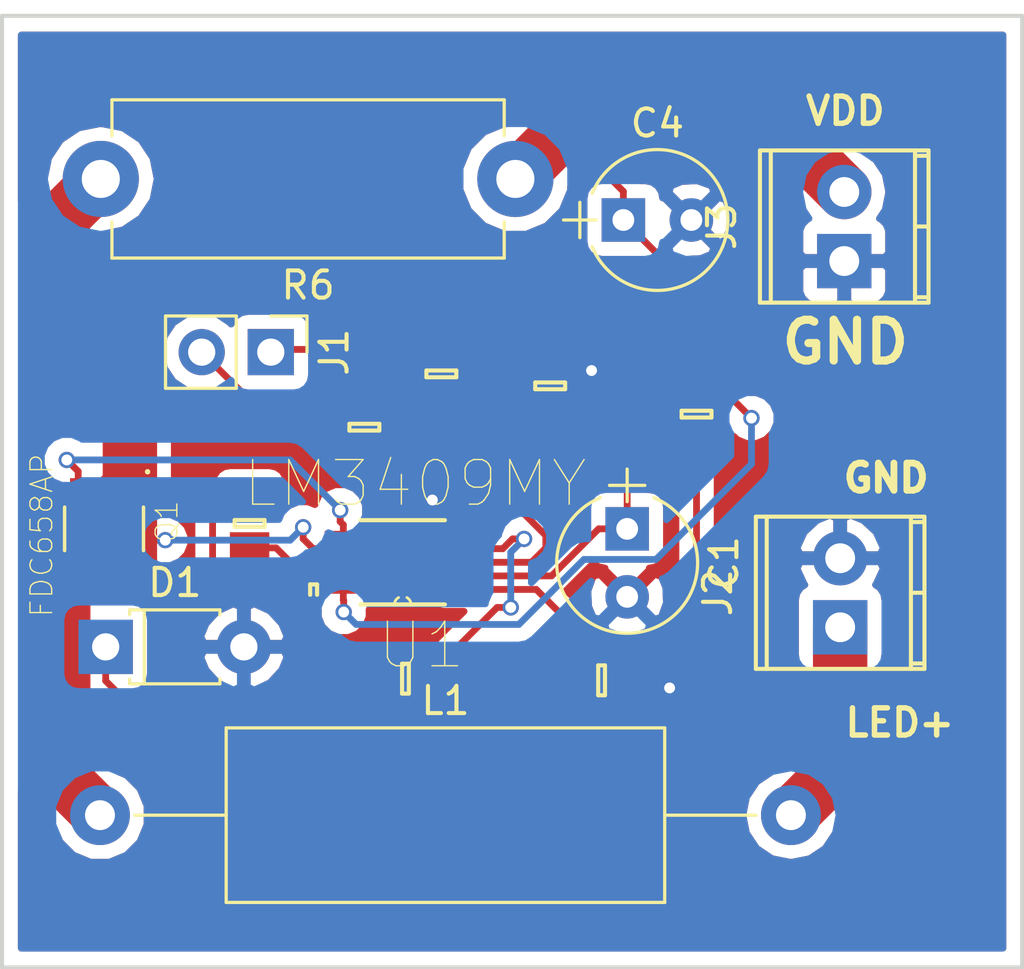
<source format=kicad_pcb>
(kicad_pcb (version 4) (host pcbnew 4.0.5)

  (general
    (links 35)
    (no_connects 4)
    (area 138.989999 104.343618 176.353 139.775001)
    (thickness 1.6)
    (drawings 8)
    (tracks 132)
    (zones 0)
    (modules 17)
    (nets 13)
  )

  (page A4)
  (layers
    (0 F.Cu signal)
    (31 B.Cu signal)
    (32 B.Adhes user)
    (33 F.Adhes user)
    (34 B.Paste user)
    (35 F.Paste user)
    (36 B.SilkS user)
    (37 F.SilkS user)
    (38 B.Mask user)
    (39 F.Mask user)
    (40 Dwgs.User user)
    (41 Cmts.User user)
    (42 Eco1.User user)
    (43 Eco2.User user)
    (44 Edge.Cuts user)
    (45 Margin user)
    (46 B.CrtYd user)
    (47 F.CrtYd user)
    (48 B.Fab user)
    (49 F.Fab user)
  )

  (setup
    (last_trace_width 0.25)
    (user_trace_width 2)
    (trace_clearance 0.2)
    (zone_clearance 0.508)
    (zone_45_only no)
    (trace_min 0.2)
    (segment_width 0.2)
    (edge_width 0.15)
    (via_size 0.6)
    (via_drill 0.4)
    (via_min_size 0.4)
    (via_min_drill 0.3)
    (uvia_size 0.3)
    (uvia_drill 0.1)
    (uvias_allowed no)
    (uvia_min_size 0.2)
    (uvia_min_drill 0.1)
    (pcb_text_width 0.3)
    (pcb_text_size 1.5 1.5)
    (mod_edge_width 0.15)
    (mod_text_size 1 1)
    (mod_text_width 0.15)
    (pad_size 1.524 1.524)
    (pad_drill 0.762)
    (pad_to_mask_clearance 0.2)
    (aux_axis_origin 0 0)
    (visible_elements FFFFFF7F)
    (pcbplotparams
      (layerselection 0x00030_80000001)
      (usegerberextensions false)
      (excludeedgelayer true)
      (linewidth 0.100000)
      (plotframeref false)
      (viasonmask false)
      (mode 1)
      (useauxorigin false)
      (hpglpennumber 1)
      (hpglpenspeed 20)
      (hpglpendiameter 15)
      (hpglpenoverlay 2)
      (psnegative false)
      (psa4output false)
      (plotreference true)
      (plotvalue true)
      (plotinvisibletext false)
      (padsonsilk false)
      (subtractmaskfromsilk false)
      (outputformat 1)
      (mirror false)
      (drillshape 1)
      (scaleselection 1)
      (outputdirectory ""))
  )

  (net 0 "")
  (net 1 "Net-(C1-Pad1)")
  (net 2 GND)
  (net 3 "Net-(C2-Pad1)")
  (net 4 /CSP)
  (net 5 /COFF)
  (net 6 "Net-(D1-Pad1)")
  (net 7 "Net-(J1-Pad1)")
  (net 8 "Net-(J1-Pad2)")
  (net 9 "Net-(J2-Pad1)")
  (net 10 /UVLO)
  (net 11 /CSN)
  (net 12 /PGATE)

  (net_class Default "This is the default net class."
    (clearance 0.2)
    (trace_width 0.25)
    (via_dia 0.6)
    (via_drill 0.4)
    (uvia_dia 0.3)
    (uvia_drill 0.1)
    (add_net /COFF)
    (add_net /CSN)
    (add_net /CSP)
    (add_net /PGATE)
    (add_net /UVLO)
    (add_net GND)
    (add_net "Net-(C1-Pad1)")
    (add_net "Net-(C2-Pad1)")
    (add_net "Net-(D1-Pad1)")
    (add_net "Net-(J1-Pad1)")
    (add_net "Net-(J1-Pad2)")
    (add_net "Net-(J2-Pad1)")
  )

  (module footprints:POWER_CONN (layer F.Cu) (tedit 5957B67E) (tstamp 58D55905)
    (at 170.81 127.49 90)
    (descr "2-way 2.54mm pitch terminal block, Phoenix MPT series")
    (path /58D56F37)
    (fp_text reference J2 (at 1.27 -4.50088 90) (layer F.SilkS)
      (effects (font (size 1 1) (thickness 0.15)))
    )
    (fp_text value Screw_Terminal_1x02 (at 1.524 4.318 90) (layer F.Fab)
      (effects (font (size 1 1) (thickness 0.15)))
    )
    (fp_line (start -1.7 -3.3) (end 4.3 -3.3) (layer F.CrtYd) (width 0.05))
    (fp_line (start -1.7 3.3) (end -1.7 -3.3) (layer F.CrtYd) (width 0.05))
    (fp_line (start 4.3 3.3) (end -1.7 3.3) (layer F.CrtYd) (width 0.05))
    (fp_line (start 4.3 -3.3) (end 4.3 3.3) (layer F.CrtYd) (width 0.05))
    (fp_line (start 4.06908 2.60096) (end -1.52908 2.60096) (layer F.SilkS) (width 0.15))
    (fp_line (start -1.33096 3.0988) (end -1.33096 2.60096) (layer F.SilkS) (width 0.15))
    (fp_line (start 3.87096 2.60096) (end 3.87096 3.0988) (layer F.SilkS) (width 0.15))
    (fp_line (start 1.27 3.0988) (end 1.27 2.60096) (layer F.SilkS) (width 0.15))
    (fp_line (start -1.52908 -2.70002) (end 4.06908 -2.70002) (layer F.SilkS) (width 0.15))
    (fp_line (start -1.52908 3.0988) (end 4.06908 3.0988) (layer F.SilkS) (width 0.15))
    (fp_line (start 4.06908 3.0988) (end 4.06908 -3.0988) (layer F.SilkS) (width 0.15))
    (fp_line (start 4.06908 -3.0988) (end -1.52908 -3.0988) (layer F.SilkS) (width 0.15))
    (fp_line (start -1.52908 -3.0988) (end -1.52908 3.0988) (layer F.SilkS) (width 0.15))
    (pad 2 thru_hole oval (at 2.54 0 90) (size 1.99898 1.99898) (drill 1.09728) (layers *.Cu *.Mask)
      (net 2 GND))
    (pad 1 thru_hole rect (at 0 0 90) (size 1.99898 1.99898) (drill 1.09728) (layers *.Cu *.Mask)
      (net 9 "Net-(J2-Pad1)"))
    (model Terminal_Blocks.3dshapes/TerminalBlock_Pheonix_MPT-2.54mm_2pol.wrl
      (at (xyz 0.05 0 0))
      (scale (xyz 1 1 1))
      (rotate (xyz 0 0 0))
    )
  )

  (module footprints:POWER_CONN (layer F.Cu) (tedit 5957B4B0) (tstamp 58D67EA7)
    (at 170.96 114.02 90)
    (descr "2-way 2.54mm pitch terminal block, Phoenix MPT series")
    (path /58D57063)
    (fp_text reference J3 (at 1.27 -4.50088 90) (layer F.SilkS)
      (effects (font (size 1 1) (thickness 0.15)))
    )
    (fp_text value Screw_Terminal_1x02 (at 1.524 4.318 90) (layer F.Fab)
      (effects (font (size 1 1) (thickness 0.15)))
    )
    (fp_line (start -1.7 -3.3) (end 4.3 -3.3) (layer F.CrtYd) (width 0.05))
    (fp_line (start -1.7 3.3) (end -1.7 -3.3) (layer F.CrtYd) (width 0.05))
    (fp_line (start 4.3 3.3) (end -1.7 3.3) (layer F.CrtYd) (width 0.05))
    (fp_line (start 4.3 -3.3) (end 4.3 3.3) (layer F.CrtYd) (width 0.05))
    (fp_line (start 4.06908 2.60096) (end -1.52908 2.60096) (layer F.SilkS) (width 0.15))
    (fp_line (start -1.33096 3.0988) (end -1.33096 2.60096) (layer F.SilkS) (width 0.15))
    (fp_line (start 3.87096 2.60096) (end 3.87096 3.0988) (layer F.SilkS) (width 0.15))
    (fp_line (start 1.27 3.0988) (end 1.27 2.60096) (layer F.SilkS) (width 0.15))
    (fp_line (start -1.52908 -2.70002) (end 4.06908 -2.70002) (layer F.SilkS) (width 0.15))
    (fp_line (start -1.52908 3.0988) (end 4.06908 3.0988) (layer F.SilkS) (width 0.15))
    (fp_line (start 4.06908 3.0988) (end 4.06908 -3.0988) (layer F.SilkS) (width 0.15))
    (fp_line (start 4.06908 -3.0988) (end -1.52908 -3.0988) (layer F.SilkS) (width 0.15))
    (fp_line (start -1.52908 -3.0988) (end -1.52908 3.0988) (layer F.SilkS) (width 0.15))
    (pad 2 thru_hole oval (at 2.54 0 90) (size 1.99898 1.99898) (drill 1.09728) (layers *.Cu *.Mask)
      (net 4 /CSP))
    (pad 1 thru_hole rect (at 0 0 90) (size 1.99898 1.99898) (drill 1.09728) (layers *.Cu *.Mask)
      (net 2 GND))
    (model Terminal_Blocks.3dshapes/TerminalBlock_Pheonix_MPT-2.54mm_2pol.wrl
      (at (xyz 0.05 0 0))
      (scale (xyz 1 1 1))
      (rotate (xyz 0 0 0))
    )
  )

  (module agg:0805 (layer F.Cu) (tedit 57654490) (tstamp 58D557F3)
    (at 149.1 123.67 270)
    (path /58D54246)
    (fp_text reference C2 (at -2.425 0 360) (layer F.Fab)
      (effects (font (size 1 1) (thickness 0.15)))
    )
    (fp_text value 1uF (at 2.425 0 360) (layer F.Fab)
      (effects (font (size 1 1) (thickness 0.15)))
    )
    (fp_line (start -1 -0.625) (end 1 -0.625) (layer F.Fab) (width 0.01))
    (fp_line (start 1 -0.625) (end 1 0.625) (layer F.Fab) (width 0.01))
    (fp_line (start 1 0.625) (end -1 0.625) (layer F.Fab) (width 0.01))
    (fp_line (start -1 0.625) (end -1 -0.625) (layer F.Fab) (width 0.01))
    (fp_line (start -0.5 -0.625) (end -0.5 0.625) (layer F.Fab) (width 0.01))
    (fp_line (start 0.5 -0.625) (end 0.5 0.625) (layer F.Fab) (width 0.01))
    (fp_line (start -0.125 -0.55) (end 0.125 -0.55) (layer F.SilkS) (width 0.15))
    (fp_line (start 0.125 -0.55) (end 0.125 0.55) (layer F.SilkS) (width 0.15))
    (fp_line (start 0.125 0.55) (end -0.125 0.55) (layer F.SilkS) (width 0.15))
    (fp_line (start -0.125 0.55) (end -0.125 -0.55) (layer F.SilkS) (width 0.15))
    (fp_line (start -1.75 -1) (end 1.75 -1) (layer F.CrtYd) (width 0.01))
    (fp_line (start 1.75 -1) (end 1.75 1) (layer F.CrtYd) (width 0.01))
    (fp_line (start 1.75 1) (end -1.75 1) (layer F.CrtYd) (width 0.01))
    (fp_line (start -1.75 1) (end -1.75 -1) (layer F.CrtYd) (width 0.01))
    (pad 1 smd rect (at -0.9 0 270) (size 1.15 1.45) (layers F.Cu F.Paste F.Mask)
      (net 3 "Net-(C2-Pad1)"))
    (pad 2 smd rect (at 0.9 0 270) (size 1.15 1.45) (layers F.Cu F.Paste F.Mask)
      (net 4 /CSP))
    (model ${KISYS3DMOD}/Resistors_SMD.3dshapes/R_0805.wrl
      (at (xyz 0 0 0))
      (scale (xyz 1 1 1))
      (rotate (xyz 0 0 0))
    )
  )

  (module agg:0805 (layer F.Cu) (tedit 57654490) (tstamp 58D55807)
    (at 162.04 129.44)
    (path /58D550FA)
    (fp_text reference C3 (at -2.425 0 90) (layer F.Fab)
      (effects (font (size 1 1) (thickness 0.15)))
    )
    (fp_text value 1nF (at 2.425 0 90) (layer F.Fab)
      (effects (font (size 1 1) (thickness 0.15)))
    )
    (fp_line (start -1 -0.625) (end 1 -0.625) (layer F.Fab) (width 0.01))
    (fp_line (start 1 -0.625) (end 1 0.625) (layer F.Fab) (width 0.01))
    (fp_line (start 1 0.625) (end -1 0.625) (layer F.Fab) (width 0.01))
    (fp_line (start -1 0.625) (end -1 -0.625) (layer F.Fab) (width 0.01))
    (fp_line (start -0.5 -0.625) (end -0.5 0.625) (layer F.Fab) (width 0.01))
    (fp_line (start 0.5 -0.625) (end 0.5 0.625) (layer F.Fab) (width 0.01))
    (fp_line (start -0.125 -0.55) (end 0.125 -0.55) (layer F.SilkS) (width 0.15))
    (fp_line (start 0.125 -0.55) (end 0.125 0.55) (layer F.SilkS) (width 0.15))
    (fp_line (start 0.125 0.55) (end -0.125 0.55) (layer F.SilkS) (width 0.15))
    (fp_line (start -0.125 0.55) (end -0.125 -0.55) (layer F.SilkS) (width 0.15))
    (fp_line (start -1.75 -1) (end 1.75 -1) (layer F.CrtYd) (width 0.01))
    (fp_line (start 1.75 -1) (end 1.75 1) (layer F.CrtYd) (width 0.01))
    (fp_line (start 1.75 1) (end -1.75 1) (layer F.CrtYd) (width 0.01))
    (fp_line (start -1.75 1) (end -1.75 -1) (layer F.CrtYd) (width 0.01))
    (pad 1 smd rect (at -0.9 0) (size 1.15 1.45) (layers F.Cu F.Paste F.Mask)
      (net 5 /COFF))
    (pad 2 smd rect (at 0.9 0) (size 1.15 1.45) (layers F.Cu F.Paste F.Mask)
      (net 2 GND))
    (model ${KISYS3DMOD}/Resistors_SMD.3dshapes/R_0805.wrl
      (at (xyz 0 0 0))
      (scale (xyz 1 1 1))
      (rotate (xyz 0 0 0))
    )
  )

  (module Pin_Headers:Pin_Header_Straight_1x02_Pitch2.54mm (layer F.Cu) (tedit 58CD4EC1) (tstamp 58D558F0)
    (at 149.88 117.37 270)
    (descr "Through hole straight pin header, 1x02, 2.54mm pitch, single row")
    (tags "Through hole pin header THT 1x02 2.54mm single row")
    (path /58D54198)
    (fp_text reference J1 (at 0 -2.33 270) (layer F.SilkS)
      (effects (font (size 1 1) (thickness 0.15)))
    )
    (fp_text value CONN_01X02 (at 0 4.87 270) (layer F.Fab)
      (effects (font (size 1 1) (thickness 0.15)))
    )
    (fp_line (start -1.27 -1.27) (end -1.27 3.81) (layer F.Fab) (width 0.1))
    (fp_line (start -1.27 3.81) (end 1.27 3.81) (layer F.Fab) (width 0.1))
    (fp_line (start 1.27 3.81) (end 1.27 -1.27) (layer F.Fab) (width 0.1))
    (fp_line (start 1.27 -1.27) (end -1.27 -1.27) (layer F.Fab) (width 0.1))
    (fp_line (start -1.33 1.27) (end -1.33 3.87) (layer F.SilkS) (width 0.12))
    (fp_line (start -1.33 3.87) (end 1.33 3.87) (layer F.SilkS) (width 0.12))
    (fp_line (start 1.33 3.87) (end 1.33 1.27) (layer F.SilkS) (width 0.12))
    (fp_line (start 1.33 1.27) (end -1.33 1.27) (layer F.SilkS) (width 0.12))
    (fp_line (start -1.33 0) (end -1.33 -1.33) (layer F.SilkS) (width 0.12))
    (fp_line (start -1.33 -1.33) (end 0 -1.33) (layer F.SilkS) (width 0.12))
    (fp_line (start -1.8 -1.8) (end -1.8 4.35) (layer F.CrtYd) (width 0.05))
    (fp_line (start -1.8 4.35) (end 1.8 4.35) (layer F.CrtYd) (width 0.05))
    (fp_line (start 1.8 4.35) (end 1.8 -1.8) (layer F.CrtYd) (width 0.05))
    (fp_line (start 1.8 -1.8) (end -1.8 -1.8) (layer F.CrtYd) (width 0.05))
    (fp_text user %R (at 0 -2.33 270) (layer F.Fab)
      (effects (font (size 1 1) (thickness 0.15)))
    )
    (pad 1 thru_hole rect (at 0 0 270) (size 1.7 1.7) (drill 1) (layers *.Cu *.Mask)
      (net 7 "Net-(J1-Pad1)"))
    (pad 2 thru_hole oval (at 0 2.54 270) (size 1.7 1.7) (drill 1) (layers *.Cu *.Mask)
      (net 8 "Net-(J1-Pad2)"))
    (model ${KISYS3DMOD}/Pin_Headers.3dshapes/Pin_Header_Straight_1x02_Pitch2.54mm.wrl
      (at (xyz 0 -0.05 0))
      (scale (xyz 1 1 1))
      (rotate (xyz 0 0 90))
    )
  )

  (module Inductors_THT:L_Axial_L16.0mm_D6.3mm_P25.40mm_Horizontal_Fastron_VHBCC (layer F.Cu) (tedit 587E3FCE) (tstamp 58D5591B)
    (at 143.6 134.4)
    (descr "L, Axial series, Axial, Horizontal, pin pitch=25.4mm, , length*diameter=16*6.3mm^2, Fastron, VHBCC, http://www.fastrongroup.com/image-show/25/VHBCC.pdf?type=Complete-DataSheet&productType=series")
    (tags "L Axial series Axial Horizontal pin pitch 25.4mm  length 16mm diameter 6.3mm Fastron VHBCC")
    (path /58D55176)
    (fp_text reference L1 (at 12.7 -4.21) (layer F.SilkS)
      (effects (font (size 1 1) (thickness 0.15)))
    )
    (fp_text value 15uH (at 12.7 4.21) (layer F.Fab)
      (effects (font (size 1 1) (thickness 0.15)))
    )
    (fp_line (start 4.7 -3.15) (end 4.7 3.15) (layer F.Fab) (width 0.1))
    (fp_line (start 4.7 3.15) (end 20.7 3.15) (layer F.Fab) (width 0.1))
    (fp_line (start 20.7 3.15) (end 20.7 -3.15) (layer F.Fab) (width 0.1))
    (fp_line (start 20.7 -3.15) (end 4.7 -3.15) (layer F.Fab) (width 0.1))
    (fp_line (start 0 0) (end 4.7 0) (layer F.Fab) (width 0.1))
    (fp_line (start 25.4 0) (end 20.7 0) (layer F.Fab) (width 0.1))
    (fp_line (start 4.64 -3.21) (end 4.64 3.21) (layer F.SilkS) (width 0.12))
    (fp_line (start 4.64 3.21) (end 20.76 3.21) (layer F.SilkS) (width 0.12))
    (fp_line (start 20.76 3.21) (end 20.76 -3.21) (layer F.SilkS) (width 0.12))
    (fp_line (start 20.76 -3.21) (end 4.64 -3.21) (layer F.SilkS) (width 0.12))
    (fp_line (start 1.28 0) (end 4.64 0) (layer F.SilkS) (width 0.12))
    (fp_line (start 24.12 0) (end 20.76 0) (layer F.SilkS) (width 0.12))
    (fp_line (start -1.35 -3.5) (end -1.35 3.5) (layer F.CrtYd) (width 0.05))
    (fp_line (start -1.35 3.5) (end 26.75 3.5) (layer F.CrtYd) (width 0.05))
    (fp_line (start 26.75 3.5) (end 26.75 -3.5) (layer F.CrtYd) (width 0.05))
    (fp_line (start 26.75 -3.5) (end -1.35 -3.5) (layer F.CrtYd) (width 0.05))
    (pad 1 thru_hole circle (at 0 0) (size 2.2 2.2) (drill 1.1) (layers *.Cu *.Mask)
      (net 6 "Net-(D1-Pad1)"))
    (pad 2 thru_hole oval (at 25.4 0) (size 2.2 2.2) (drill 1.1) (layers *.Cu *.Mask)
      (net 9 "Net-(J2-Pad1)"))
    (model Inductors_THT.3dshapes/L_Axial_L16.0mm_D6.3mm_P25.40mm_Horizontal_Fastron_VHBCC.wrl
      (at (xyz 0 0 0))
      (scale (xyz 0.393701 0.393701 0.393701))
      (rotate (xyz 0 0 0))
    )
  )

  (module agg:0805 (layer F.Cu) (tedit 57654490) (tstamp 58D5592F)
    (at 156.15 118.17 90)
    (path /58D53FEE)
    (fp_text reference R1 (at -2.425 0 180) (layer F.Fab)
      (effects (font (size 1 1) (thickness 0.15)))
    )
    (fp_text value 1K (at 2.425 0 180) (layer F.Fab)
      (effects (font (size 1 1) (thickness 0.15)))
    )
    (fp_line (start -1 -0.625) (end 1 -0.625) (layer F.Fab) (width 0.01))
    (fp_line (start 1 -0.625) (end 1 0.625) (layer F.Fab) (width 0.01))
    (fp_line (start 1 0.625) (end -1 0.625) (layer F.Fab) (width 0.01))
    (fp_line (start -1 0.625) (end -1 -0.625) (layer F.Fab) (width 0.01))
    (fp_line (start -0.5 -0.625) (end -0.5 0.625) (layer F.Fab) (width 0.01))
    (fp_line (start 0.5 -0.625) (end 0.5 0.625) (layer F.Fab) (width 0.01))
    (fp_line (start -0.125 -0.55) (end 0.125 -0.55) (layer F.SilkS) (width 0.15))
    (fp_line (start 0.125 -0.55) (end 0.125 0.55) (layer F.SilkS) (width 0.15))
    (fp_line (start 0.125 0.55) (end -0.125 0.55) (layer F.SilkS) (width 0.15))
    (fp_line (start -0.125 0.55) (end -0.125 -0.55) (layer F.SilkS) (width 0.15))
    (fp_line (start -1.75 -1) (end 1.75 -1) (layer F.CrtYd) (width 0.01))
    (fp_line (start 1.75 -1) (end 1.75 1) (layer F.CrtYd) (width 0.01))
    (fp_line (start 1.75 1) (end -1.75 1) (layer F.CrtYd) (width 0.01))
    (fp_line (start -1.75 1) (end -1.75 -1) (layer F.CrtYd) (width 0.01))
    (pad 1 smd rect (at -0.9 0 90) (size 1.15 1.45) (layers F.Cu F.Paste F.Mask)
      (net 1 "Net-(C1-Pad1)"))
    (pad 2 smd rect (at 0.9 0 90) (size 1.15 1.45) (layers F.Cu F.Paste F.Mask)
      (net 7 "Net-(J1-Pad1)"))
    (model ${KISYS3DMOD}/Resistors_SMD.3dshapes/R_0805.wrl
      (at (xyz 0 0 0))
      (scale (xyz 1 1 1))
      (rotate (xyz 0 0 0))
    )
  )

  (module agg:0805 (layer F.Cu) (tedit 57654490) (tstamp 58D55943)
    (at 153.32 120.13 270)
    (path /58D53F94)
    (fp_text reference R2 (at -2.425 0 360) (layer F.Fab)
      (effects (font (size 1 1) (thickness 0.15)))
    )
    (fp_text value 4.7K (at 2.425 0 360) (layer F.Fab)
      (effects (font (size 1 1) (thickness 0.15)))
    )
    (fp_line (start -1 -0.625) (end 1 -0.625) (layer F.Fab) (width 0.01))
    (fp_line (start 1 -0.625) (end 1 0.625) (layer F.Fab) (width 0.01))
    (fp_line (start 1 0.625) (end -1 0.625) (layer F.Fab) (width 0.01))
    (fp_line (start -1 0.625) (end -1 -0.625) (layer F.Fab) (width 0.01))
    (fp_line (start -0.5 -0.625) (end -0.5 0.625) (layer F.Fab) (width 0.01))
    (fp_line (start 0.5 -0.625) (end 0.5 0.625) (layer F.Fab) (width 0.01))
    (fp_line (start -0.125 -0.55) (end 0.125 -0.55) (layer F.SilkS) (width 0.15))
    (fp_line (start 0.125 -0.55) (end 0.125 0.55) (layer F.SilkS) (width 0.15))
    (fp_line (start 0.125 0.55) (end -0.125 0.55) (layer F.SilkS) (width 0.15))
    (fp_line (start -0.125 0.55) (end -0.125 -0.55) (layer F.SilkS) (width 0.15))
    (fp_line (start -1.75 -1) (end 1.75 -1) (layer F.CrtYd) (width 0.01))
    (fp_line (start 1.75 -1) (end 1.75 1) (layer F.CrtYd) (width 0.01))
    (fp_line (start 1.75 1) (end -1.75 1) (layer F.CrtYd) (width 0.01))
    (fp_line (start -1.75 1) (end -1.75 -1) (layer F.CrtYd) (width 0.01))
    (pad 1 smd rect (at -0.9 0 270) (size 1.15 1.45) (layers F.Cu F.Paste F.Mask)
      (net 8 "Net-(J1-Pad2)"))
    (pad 2 smd rect (at 0.9 0 270) (size 1.15 1.45) (layers F.Cu F.Paste F.Mask)
      (net 2 GND))
    (model ${KISYS3DMOD}/Resistors_SMD.3dshapes/R_0805.wrl
      (at (xyz 0 0 0))
      (scale (xyz 1 1 1))
      (rotate (xyz 0 0 0))
    )
  )

  (module agg:0805 (layer F.Cu) (tedit 57654490) (tstamp 58D55957)
    (at 154.83 129.38)
    (path /58D55135)
    (fp_text reference R3 (at -2.425 0 90) (layer F.Fab)
      (effects (font (size 1 1) (thickness 0.15)))
    )
    (fp_text value 3K9 (at 2.425 0 90) (layer F.Fab)
      (effects (font (size 1 1) (thickness 0.15)))
    )
    (fp_line (start -1 -0.625) (end 1 -0.625) (layer F.Fab) (width 0.01))
    (fp_line (start 1 -0.625) (end 1 0.625) (layer F.Fab) (width 0.01))
    (fp_line (start 1 0.625) (end -1 0.625) (layer F.Fab) (width 0.01))
    (fp_line (start -1 0.625) (end -1 -0.625) (layer F.Fab) (width 0.01))
    (fp_line (start -0.5 -0.625) (end -0.5 0.625) (layer F.Fab) (width 0.01))
    (fp_line (start 0.5 -0.625) (end 0.5 0.625) (layer F.Fab) (width 0.01))
    (fp_line (start -0.125 -0.55) (end 0.125 -0.55) (layer F.SilkS) (width 0.15))
    (fp_line (start 0.125 -0.55) (end 0.125 0.55) (layer F.SilkS) (width 0.15))
    (fp_line (start 0.125 0.55) (end -0.125 0.55) (layer F.SilkS) (width 0.15))
    (fp_line (start -0.125 0.55) (end -0.125 -0.55) (layer F.SilkS) (width 0.15))
    (fp_line (start -1.75 -1) (end 1.75 -1) (layer F.CrtYd) (width 0.01))
    (fp_line (start 1.75 -1) (end 1.75 1) (layer F.CrtYd) (width 0.01))
    (fp_line (start 1.75 1) (end -1.75 1) (layer F.CrtYd) (width 0.01))
    (fp_line (start -1.75 1) (end -1.75 -1) (layer F.CrtYd) (width 0.01))
    (pad 1 smd rect (at -0.9 0) (size 1.15 1.45) (layers F.Cu F.Paste F.Mask)
      (net 6 "Net-(D1-Pad1)"))
    (pad 2 smd rect (at 0.9 0) (size 1.15 1.45) (layers F.Cu F.Paste F.Mask)
      (net 5 /COFF))
    (model ${KISYS3DMOD}/Resistors_SMD.3dshapes/R_0805.wrl
      (at (xyz 0 0 0))
      (scale (xyz 1 1 1))
      (rotate (xyz 0 0 0))
    )
  )

  (module agg:0805 (layer F.Cu) (tedit 57654490) (tstamp 58D5596B)
    (at 160.15 118.61 90)
    (path /58D54C6B)
    (fp_text reference R4 (at -2.425 0 180) (layer F.Fab)
      (effects (font (size 1 1) (thickness 0.15)))
    )
    (fp_text value 1K8 (at 2.425 0 180) (layer F.Fab)
      (effects (font (size 1 1) (thickness 0.15)))
    )
    (fp_line (start -1 -0.625) (end 1 -0.625) (layer F.Fab) (width 0.01))
    (fp_line (start 1 -0.625) (end 1 0.625) (layer F.Fab) (width 0.01))
    (fp_line (start 1 0.625) (end -1 0.625) (layer F.Fab) (width 0.01))
    (fp_line (start -1 0.625) (end -1 -0.625) (layer F.Fab) (width 0.01))
    (fp_line (start -0.5 -0.625) (end -0.5 0.625) (layer F.Fab) (width 0.01))
    (fp_line (start 0.5 -0.625) (end 0.5 0.625) (layer F.Fab) (width 0.01))
    (fp_line (start -0.125 -0.55) (end 0.125 -0.55) (layer F.SilkS) (width 0.15))
    (fp_line (start 0.125 -0.55) (end 0.125 0.55) (layer F.SilkS) (width 0.15))
    (fp_line (start 0.125 0.55) (end -0.125 0.55) (layer F.SilkS) (width 0.15))
    (fp_line (start -0.125 0.55) (end -0.125 -0.55) (layer F.SilkS) (width 0.15))
    (fp_line (start -1.75 -1) (end 1.75 -1) (layer F.CrtYd) (width 0.01))
    (fp_line (start 1.75 -1) (end 1.75 1) (layer F.CrtYd) (width 0.01))
    (fp_line (start 1.75 1) (end -1.75 1) (layer F.CrtYd) (width 0.01))
    (fp_line (start -1.75 1) (end -1.75 -1) (layer F.CrtYd) (width 0.01))
    (pad 1 smd rect (at -0.9 0 90) (size 1.15 1.45) (layers F.Cu F.Paste F.Mask)
      (net 10 /UVLO))
    (pad 2 smd rect (at 0.9 0 90) (size 1.15 1.45) (layers F.Cu F.Paste F.Mask)
      (net 2 GND))
    (model ${KISYS3DMOD}/Resistors_SMD.3dshapes/R_0805.wrl
      (at (xyz 0 0 0))
      (scale (xyz 1 1 1))
      (rotate (xyz 0 0 0))
    )
  )

  (module agg:0805 (layer F.Cu) (tedit 57654490) (tstamp 58D5597F)
    (at 165.53 119.65 90)
    (path /58D54CCF)
    (fp_text reference R5 (at -2.425 0 180) (layer F.Fab)
      (effects (font (size 1 1) (thickness 0.15)))
    )
    (fp_text value 15K (at 2.425 0 180) (layer F.Fab)
      (effects (font (size 1 1) (thickness 0.15)))
    )
    (fp_line (start -1 -0.625) (end 1 -0.625) (layer F.Fab) (width 0.01))
    (fp_line (start 1 -0.625) (end 1 0.625) (layer F.Fab) (width 0.01))
    (fp_line (start 1 0.625) (end -1 0.625) (layer F.Fab) (width 0.01))
    (fp_line (start -1 0.625) (end -1 -0.625) (layer F.Fab) (width 0.01))
    (fp_line (start -0.5 -0.625) (end -0.5 0.625) (layer F.Fab) (width 0.01))
    (fp_line (start 0.5 -0.625) (end 0.5 0.625) (layer F.Fab) (width 0.01))
    (fp_line (start -0.125 -0.55) (end 0.125 -0.55) (layer F.SilkS) (width 0.15))
    (fp_line (start 0.125 -0.55) (end 0.125 0.55) (layer F.SilkS) (width 0.15))
    (fp_line (start 0.125 0.55) (end -0.125 0.55) (layer F.SilkS) (width 0.15))
    (fp_line (start -0.125 0.55) (end -0.125 -0.55) (layer F.SilkS) (width 0.15))
    (fp_line (start -1.75 -1) (end 1.75 -1) (layer F.CrtYd) (width 0.01))
    (fp_line (start 1.75 -1) (end 1.75 1) (layer F.CrtYd) (width 0.01))
    (fp_line (start 1.75 1) (end -1.75 1) (layer F.CrtYd) (width 0.01))
    (fp_line (start -1.75 1) (end -1.75 -1) (layer F.CrtYd) (width 0.01))
    (pad 1 smd rect (at -0.9 0 90) (size 1.15 1.45) (layers F.Cu F.Paste F.Mask)
      (net 10 /UVLO))
    (pad 2 smd rect (at 0.9 0 90) (size 1.15 1.45) (layers F.Cu F.Paste F.Mask)
      (net 4 /CSP))
    (model ${KISYS3DMOD}/Resistors_SMD.3dshapes/R_0805.wrl
      (at (xyz 0 0 0))
      (scale (xyz 1 1 1))
      (rotate (xyz 0 0 0))
    )
  )

  (module footprints:SOT95P280X110-6N (layer F.Cu) (tedit 0) (tstamp 58D55A4D)
    (at 143.75 123.87 270)
    (path /58D5564B)
    (solder_mask_margin 0.1)
    (attr smd)
    (fp_text reference Q1 (at -0.268 -2.308 270) (layer F.SilkS)
      (effects (font (size 0.8 0.8) (thickness 0.05)))
    )
    (fp_text value FDC658AP (at 0.24 2.292 270) (layer F.SilkS)
      (effects (font (size 0.8 0.8) (thickness 0.05)))
    )
    (fp_line (start -0.8 -1.45) (end 0.8 -1.45) (layer F.SilkS) (width 0.127))
    (fp_line (start 0.8 -1.45) (end 0.8 1.45) (layer Dwgs.User) (width 0.127))
    (fp_line (start 0.8 1.45) (end -0.8 1.45) (layer F.SilkS) (width 0.127))
    (fp_line (start -0.8 1.45) (end -0.8 -1.45) (layer Dwgs.User) (width 0.127))
    (fp_line (start -2.25 -1.75) (end 2.25 -1.75) (layer Dwgs.User) (width 0.05))
    (fp_line (start 2.25 -1.75) (end 2.25 1.75) (layer Dwgs.User) (width 0.05))
    (fp_line (start 2.25 1.75) (end -2.25 1.75) (layer Dwgs.User) (width 0.05))
    (fp_line (start -2.25 1.75) (end -2.25 -1.75) (layer Dwgs.User) (width 0.05))
    (fp_circle (center -2.1 -1.6) (end -2.05 -1.6) (layer F.SilkS) (width 0.1))
    (pad 1 smd rect (at -1.165 -0.95 270) (size 1.4 0.6) (layers F.Cu F.Paste F.Mask)
      (net 11 /CSN) (solder_mask_margin 0.2))
    (pad 2 smd rect (at -1.165 0 270) (size 1.4 0.6) (layers F.Cu F.Paste F.Mask)
      (net 11 /CSN) (solder_mask_margin 0.2))
    (pad 3 smd rect (at -1.165 0.95 270) (size 1.4 0.6) (layers F.Cu F.Paste F.Mask)
      (net 12 /PGATE) (solder_mask_margin 0.2))
    (pad 6 smd rect (at 1.165 -0.95 270) (size 1.4 0.6) (layers F.Cu F.Paste F.Mask)
      (net 11 /CSN) (solder_mask_margin 0.2))
    (pad 5 smd rect (at 1.165 0 270) (size 1.4 0.6) (layers F.Cu F.Paste F.Mask)
      (net 11 /CSN) (solder_mask_margin 0.2))
    (pad 4 smd rect (at 1.165 0.95 270) (size 1.4 0.6) (layers F.Cu F.Paste F.Mask)
      (net 6 "Net-(D1-Pad1)") (solder_mask_margin 0.2))
  )

  (module footprints:LM3409 (layer F.Cu) (tedit 0) (tstamp 58D60330)
    (at 154.73 125.1 180)
    (path /58D53E76)
    (solder_mask_margin 0.1)
    (attr smd)
    (fp_text reference U1 (at -0.6858 -3.048 180) (layer F.SilkS)
      (effects (font (size 1.64 1.64) (thickness 0.05)))
    )
    (fp_text value LM3409MY (at -0.4572 2.8956 180) (layer F.SilkS)
      (effects (font (size 1.64 1.64) (thickness 0.05)))
    )
    (fp_line (start -1.5494 -0.8382) (end -1.5494 -1.1684) (layer Dwgs.User) (width 0.1524))
    (fp_line (start -1.5494 -1.1684) (end -2.54 -1.1684) (layer Dwgs.User) (width 0.1524))
    (fp_line (start -2.54 -1.1684) (end -2.54 -0.8382) (layer Dwgs.User) (width 0.1524))
    (fp_line (start -2.54 -0.8382) (end -1.5494 -0.8382) (layer Dwgs.User) (width 0.1524))
    (fp_line (start -1.5494 -0.3302) (end -1.5494 -0.6604) (layer Dwgs.User) (width 0.1524))
    (fp_line (start -1.5494 -0.6604) (end -2.54 -0.6604) (layer Dwgs.User) (width 0.1524))
    (fp_line (start -2.54 -0.6604) (end -2.54 -0.3302) (layer Dwgs.User) (width 0.1524))
    (fp_line (start -2.54 -0.3302) (end -1.5494 -0.3302) (layer Dwgs.User) (width 0.1524))
    (fp_line (start -1.5494 0.1524) (end -1.5494 -0.1524) (layer Dwgs.User) (width 0.1524))
    (fp_line (start -1.5494 -0.1524) (end -2.54 -0.1524) (layer Dwgs.User) (width 0.1524))
    (fp_line (start -2.54 -0.1524) (end -2.54 0.1778) (layer Dwgs.User) (width 0.1524))
    (fp_line (start -2.54 0.1778) (end -1.5494 0.1524) (layer Dwgs.User) (width 0.1524))
    (fp_line (start -1.5494 0.6604) (end -1.5494 0.3302) (layer Dwgs.User) (width 0.1524))
    (fp_line (start -1.5494 0.3302) (end -2.54 0.3302) (layer Dwgs.User) (width 0.1524))
    (fp_line (start -2.54 0.3302) (end -2.54 0.6604) (layer Dwgs.User) (width 0.1524))
    (fp_line (start -2.54 0.6604) (end -1.5494 0.6604) (layer Dwgs.User) (width 0.1524))
    (fp_line (start -1.5494 1.1684) (end -1.5494 0.8382) (layer Dwgs.User) (width 0.1524))
    (fp_line (start -1.5494 0.8382) (end -2.54 0.8382) (layer Dwgs.User) (width 0.1524))
    (fp_line (start -2.54 0.8382) (end -2.5146 1.1684) (layer Dwgs.User) (width 0.1524))
    (fp_line (start -2.5146 1.1684) (end -1.5494 1.1684) (layer Dwgs.User) (width 0.1524))
    (fp_line (start 1.5494 0.8382) (end 1.5494 1.1684) (layer Dwgs.User) (width 0.1524))
    (fp_line (start 1.5494 1.1684) (end 2.54 1.1684) (layer Dwgs.User) (width 0.1524))
    (fp_line (start 2.54 1.1684) (end 2.54 0.8382) (layer Dwgs.User) (width 0.1524))
    (fp_line (start 2.54 0.8382) (end 1.5494 0.8382) (layer Dwgs.User) (width 0.1524))
    (fp_line (start 1.5494 0.3302) (end 1.5494 0.6604) (layer Dwgs.User) (width 0.1524))
    (fp_line (start 1.5494 0.6604) (end 2.54 0.6604) (layer Dwgs.User) (width 0.1524))
    (fp_line (start 2.54 0.6604) (end 2.54 0.3302) (layer Dwgs.User) (width 0.1524))
    (fp_line (start 2.54 0.3302) (end 1.5494 0.3302) (layer Dwgs.User) (width 0.1524))
    (fp_line (start 1.5494 -0.1524) (end 1.5494 0.1524) (layer Dwgs.User) (width 0.1524))
    (fp_line (start 1.5494 0.1524) (end 2.54 0.1524) (layer Dwgs.User) (width 0.1524))
    (fp_line (start 2.54 0.1524) (end 2.54 -0.1778) (layer Dwgs.User) (width 0.1524))
    (fp_line (start 2.54 -0.1778) (end 1.5494 -0.1524) (layer Dwgs.User) (width 0.1524))
    (fp_line (start 1.5494 -0.6604) (end 1.5494 -0.3302) (layer Dwgs.User) (width 0.1524))
    (fp_line (start 1.5494 -0.3302) (end 2.54 -0.3302) (layer Dwgs.User) (width 0.1524))
    (fp_line (start 2.54 -0.3302) (end 2.54 -0.6604) (layer Dwgs.User) (width 0.1524))
    (fp_line (start 2.54 -0.6604) (end 1.5494 -0.6604) (layer Dwgs.User) (width 0.1524))
    (fp_line (start 1.5494 -1.1684) (end 1.5494 -0.8382) (layer Dwgs.User) (width 0.1524))
    (fp_line (start 1.5494 -0.8382) (end 2.54 -0.8382) (layer Dwgs.User) (width 0.1524))
    (fp_line (start 2.54 -0.8382) (end 2.54 -1.1684) (layer Dwgs.User) (width 0.1524))
    (fp_line (start 2.54 -1.1684) (end 1.5494 -1.1684) (layer Dwgs.User) (width 0.1524))
    (fp_line (start -1.5494 1.5494) (end 1.5494 1.5494) (layer Dwgs.User) (width 0.1524))
    (fp_line (start 1.5494 1.5494) (end 1.5494 -1.5494) (layer Dwgs.User) (width 0.1524))
    (fp_line (start 1.5494 -1.5494) (end 0.3048 -1.5494) (layer Dwgs.User) (width 0.1524))
    (fp_line (start 0.3048 -1.5494) (end -0.3048 -1.5494) (layer Dwgs.User) (width 0.1524))
    (fp_line (start -0.3048 -1.5494) (end -1.5494 -1.5494) (layer Dwgs.User) (width 0.1524))
    (fp_line (start -1.5494 -1.5494) (end -1.5494 1.5494) (layer Dwgs.User) (width 0.1524))
    (fp_arc (start 0 -1.5494) (end -0.3048 -1.5494) (angle -180) (layer Dwgs.User) (width 0))
    (fp_line (start -1.5494 1.5494) (end 1.5494 1.5494) (layer F.SilkS) (width 0.1524))
    (fp_line (start 1.5494 -1.5494) (end 0.3048 -1.5494) (layer F.SilkS) (width 0.1524))
    (fp_line (start 0.3048 -1.5494) (end -0.3048 -1.5494) (layer F.SilkS) (width 0.1524))
    (fp_line (start -0.3048 -1.5494) (end -1.5494 -1.5494) (layer F.SilkS) (width 0.1524))
    (fp_arc (start 0.00863 -1.55438) (end 0.1524 -1.2954) (angle -60) (layer F.SilkS) (width 0))
    (fp_arc (start -0.00863 -1.55438) (end -0.3048 -1.5494) (angle -60) (layer F.SilkS) (width 0))
    (fp_line (start 3.4036 -1.1938) (end 3.4036 -0.8128) (layer F.SilkS) (width 0.1524))
    (fp_line (start 3.4036 -0.8128) (end 3.1496 -0.8128) (layer F.SilkS) (width 0.1524))
    (fp_line (start 3.1496 -0.8128) (end 3.1496 -1.1938) (layer F.SilkS) (width 0.1524))
    (pad 1 smd rect (at -2.1844 -0.9906 180) (size 1.3716 0.3302) (layers F.Cu F.Paste F.Mask)
      (net 10 /UVLO) (solder_mask_margin 0.2))
    (pad 2 smd rect (at -2.1844 -0.508 180) (size 1.3716 0.3302) (layers F.Cu F.Paste F.Mask)
      (net 1 "Net-(C1-Pad1)") (solder_mask_margin 0.2))
    (pad 3 smd rect (at -2.1844 0 180) (size 1.3716 0.3302) (layers F.Cu F.Paste F.Mask)
      (net 8 "Net-(J1-Pad2)") (solder_mask_margin 0.2))
    (pad 4 smd rect (at -2.1844 0.508 180) (size 1.3716 0.3302) (layers F.Cu F.Paste F.Mask)
      (net 5 /COFF) (solder_mask_margin 0.2))
    (pad 5 smd rect (at -2.1844 0.9906 180) (size 1.3716 0.3302) (layers F.Cu F.Paste F.Mask)
      (net 2 GND) (solder_mask_margin 0.2))
    (pad 6 smd rect (at 2.1844 0.9906 180) (size 1.3716 0.3302) (layers F.Cu F.Paste F.Mask)
      (net 12 /PGATE) (solder_mask_margin 0.2))
    (pad 7 smd rect (at 2.1844 0.508 180) (size 1.3716 0.3302) (layers F.Cu F.Paste F.Mask)
      (net 11 /CSN) (solder_mask_margin 0.2))
    (pad 8 smd rect (at 2.1844 0 180) (size 1.3716 0.3302) (layers F.Cu F.Paste F.Mask)
      (net 4 /CSP) (solder_mask_margin 0.2))
    (pad 9 smd rect (at 2.1844 -0.508 180) (size 1.3716 0.3302) (layers F.Cu F.Paste F.Mask)
      (net 3 "Net-(C2-Pad1)") (solder_mask_margin 0.2))
    (pad 10 smd rect (at 2.1844 -0.9906 180) (size 1.3716 0.3302) (layers F.Cu F.Paste F.Mask)
      (net 4 /CSP) (solder_mask_margin 0.2))
    (pad 11 smd rect (at 0 0 180) (size 1.7272 1.905) (layers F.Cu F.Paste F.Mask)
      (net 2 GND) (solder_mask_margin 0.2))
  )

  (module Capacitors_THT:CP_Radial_Tantal_D5.0mm_P2.50mm (layer F.Cu) (tedit 58765D06) (tstamp 58D557DF)
    (at 162.98 123.87 270)
    (descr "CP, Radial_Tantal series, Radial, pin pitch=2.50mm, , diameter=5.0mm, Tantal Electrolytic Capacitor, http://cdn-reichelt.de/documents/datenblatt/B300/TANTAL-TB-Serie%23.pdf")
    (tags "CP Radial_Tantal series Radial pin pitch 2.50mm  diameter 5.0mm Tantal Electrolytic Capacitor")
    (path /58D5656D)
    (fp_text reference C1 (at 1.25 -3.56 270) (layer F.SilkS)
      (effects (font (size 1 1) (thickness 0.15)))
    )
    (fp_text value 1uF (at 1.25 3.56 270) (layer F.Fab)
      (effects (font (size 1 1) (thickness 0.15)))
    )
    (fp_arc (start 1.25 0) (end -1.147436 -0.98) (angle 135.5) (layer F.SilkS) (width 0.12))
    (fp_arc (start 1.25 0) (end -1.147436 0.98) (angle -135.5) (layer F.SilkS) (width 0.12))
    (fp_arc (start 1.25 0) (end 3.647436 -0.98) (angle 44.5) (layer F.SilkS) (width 0.12))
    (fp_circle (center 1.25 0) (end 3.75 0) (layer F.Fab) (width 0.1))
    (fp_line (start -2.2 0) (end -1 0) (layer F.Fab) (width 0.1))
    (fp_line (start -1.6 -0.65) (end -1.6 0.65) (layer F.Fab) (width 0.1))
    (fp_line (start -2.2 0) (end -1 0) (layer F.SilkS) (width 0.12))
    (fp_line (start -1.6 -0.65) (end -1.6 0.65) (layer F.SilkS) (width 0.12))
    (fp_line (start -1.6 -2.85) (end -1.6 2.85) (layer F.CrtYd) (width 0.05))
    (fp_line (start -1.6 2.85) (end 4.1 2.85) (layer F.CrtYd) (width 0.05))
    (fp_line (start 4.1 2.85) (end 4.1 -2.85) (layer F.CrtYd) (width 0.05))
    (fp_line (start 4.1 -2.85) (end -1.6 -2.85) (layer F.CrtYd) (width 0.05))
    (pad 1 thru_hole rect (at 0 0 270) (size 1.6 1.6) (drill 0.8) (layers *.Cu *.Mask)
      (net 1 "Net-(C1-Pad1)"))
    (pad 2 thru_hole circle (at 2.5 0 270) (size 1.6 1.6) (drill 0.8) (layers *.Cu *.Mask)
      (net 2 GND))
    (model Capacitors_THT.3dshapes/CP_Radial_Tantal_D5.0mm_P2.50mm.wrl
      (at (xyz 0 0 0))
      (scale (xyz 0.393701 0.393701 0.393701))
      (rotate (xyz 0 0 0))
    )
  )

  (module Capacitors_THT:CP_Radial_Tantal_D5.0mm_P2.50mm (layer F.Cu) (tedit 58765D06) (tstamp 58D558C8)
    (at 162.84 112.51)
    (descr "CP, Radial_Tantal series, Radial, pin pitch=2.50mm, , diameter=5.0mm, Tantal Electrolytic Capacitor, http://cdn-reichelt.de/documents/datenblatt/B300/TANTAL-TB-Serie%23.pdf")
    (tags "CP Radial_Tantal series Radial pin pitch 2.50mm  diameter 5.0mm Tantal Electrolytic Capacitor")
    (path /58D559B3)
    (fp_text reference C4 (at 1.25 -3.56) (layer F.SilkS)
      (effects (font (size 1 1) (thickness 0.15)))
    )
    (fp_text value 30uF (at 1.25 3.56) (layer F.Fab)
      (effects (font (size 1 1) (thickness 0.15)))
    )
    (fp_arc (start 1.25 0) (end -1.147436 -0.98) (angle 135.5) (layer F.SilkS) (width 0.12))
    (fp_arc (start 1.25 0) (end -1.147436 0.98) (angle -135.5) (layer F.SilkS) (width 0.12))
    (fp_arc (start 1.25 0) (end 3.647436 -0.98) (angle 44.5) (layer F.SilkS) (width 0.12))
    (fp_circle (center 1.25 0) (end 3.75 0) (layer F.Fab) (width 0.1))
    (fp_line (start -2.2 0) (end -1 0) (layer F.Fab) (width 0.1))
    (fp_line (start -1.6 -0.65) (end -1.6 0.65) (layer F.Fab) (width 0.1))
    (fp_line (start -2.2 0) (end -1 0) (layer F.SilkS) (width 0.12))
    (fp_line (start -1.6 -0.65) (end -1.6 0.65) (layer F.SilkS) (width 0.12))
    (fp_line (start -1.6 -2.85) (end -1.6 2.85) (layer F.CrtYd) (width 0.05))
    (fp_line (start -1.6 2.85) (end 4.1 2.85) (layer F.CrtYd) (width 0.05))
    (fp_line (start 4.1 2.85) (end 4.1 -2.85) (layer F.CrtYd) (width 0.05))
    (fp_line (start 4.1 -2.85) (end -1.6 -2.85) (layer F.CrtYd) (width 0.05))
    (pad 1 thru_hole rect (at 0 0) (size 1.6 1.6) (drill 0.8) (layers *.Cu *.Mask)
      (net 4 /CSP))
    (pad 2 thru_hole circle (at 2.5 0) (size 1.6 1.6) (drill 0.8) (layers *.Cu *.Mask)
      (net 2 GND))
    (model Capacitors_THT.3dshapes/CP_Radial_Tantal_D5.0mm_P2.50mm.wrl
      (at (xyz 0 0 0))
      (scale (xyz 0.393701 0.393701 0.393701))
      (rotate (xyz 0 0 0))
    )
  )

  (module Diodes_THT:D_T-1_P5.08mm_Horizontal (layer F.Cu) (tedit 5877C982) (tstamp 58D558DB)
    (at 143.81 128.21)
    (descr "D, T-1 series, Axial, Horizontal, pin pitch=5.08mm, , length*diameter=3.2*2.6mm^2, , http://www.diodes.com/_files/packages/T-1.pdf")
    (tags "D T-1 series Axial Horizontal pin pitch 5.08mm  length 3.2mm diameter 2.6mm")
    (path /58D551BE)
    (fp_text reference D1 (at 2.54 -2.36) (layer F.SilkS)
      (effects (font (size 1 1) (thickness 0.15)))
    )
    (fp_text value SCHOTTKY (at 2.54 2.36) (layer F.Fab)
      (effects (font (size 1 1) (thickness 0.15)))
    )
    (fp_line (start 0.94 -1.3) (end 0.94 1.3) (layer F.Fab) (width 0.1))
    (fp_line (start 0.94 1.3) (end 4.14 1.3) (layer F.Fab) (width 0.1))
    (fp_line (start 4.14 1.3) (end 4.14 -1.3) (layer F.Fab) (width 0.1))
    (fp_line (start 4.14 -1.3) (end 0.94 -1.3) (layer F.Fab) (width 0.1))
    (fp_line (start 0 0) (end 0.94 0) (layer F.Fab) (width 0.1))
    (fp_line (start 5.08 0) (end 4.14 0) (layer F.Fab) (width 0.1))
    (fp_line (start 1.42 -1.3) (end 1.42 1.3) (layer F.Fab) (width 0.1))
    (fp_line (start 0.88 -1.18) (end 0.88 -1.36) (layer F.SilkS) (width 0.12))
    (fp_line (start 0.88 -1.36) (end 4.2 -1.36) (layer F.SilkS) (width 0.12))
    (fp_line (start 4.2 -1.36) (end 4.2 -1.18) (layer F.SilkS) (width 0.12))
    (fp_line (start 0.88 1.18) (end 0.88 1.36) (layer F.SilkS) (width 0.12))
    (fp_line (start 0.88 1.36) (end 4.2 1.36) (layer F.SilkS) (width 0.12))
    (fp_line (start 4.2 1.36) (end 4.2 1.18) (layer F.SilkS) (width 0.12))
    (fp_line (start 1.42 -1.36) (end 1.42 1.36) (layer F.SilkS) (width 0.12))
    (fp_line (start -1.25 -1.65) (end -1.25 1.65) (layer F.CrtYd) (width 0.05))
    (fp_line (start -1.25 1.65) (end 6.35 1.65) (layer F.CrtYd) (width 0.05))
    (fp_line (start 6.35 1.65) (end 6.35 -1.65) (layer F.CrtYd) (width 0.05))
    (fp_line (start 6.35 -1.65) (end -1.25 -1.65) (layer F.CrtYd) (width 0.05))
    (pad 1 thru_hole rect (at 0 0) (size 2 2) (drill 1) (layers *.Cu *.Mask)
      (net 6 "Net-(D1-Pad1)"))
    (pad 2 thru_hole oval (at 5.08 0) (size 2 2) (drill 1) (layers *.Cu *.Mask)
      (net 2 GND))
    (model Diodes_THT.3dshapes/D_T-1_P5.08mm_Horizontal.wrl
      (at (xyz 0 0 0))
      (scale (xyz 0.393701 0.393701 0.393701))
      (rotate (xyz 0 0 0))
    )
  )

  (module Resistors_THT:R_Axial_DIN0614_L14.3mm_D5.7mm_P15.24mm_Horizontal (layer F.Cu) (tedit 5874F706) (tstamp 58D55993)
    (at 158.87 111 180)
    (descr "Resistor, Axial_DIN0614 series, Axial, Horizontal, pin pitch=15.24mm, 1.5W, length*diameter=14.3*5.7mm^2")
    (tags "Resistor Axial_DIN0614 series Axial Horizontal pin pitch 15.24mm 1.5W length 14.3mm diameter 5.7mm")
    (path /58D55809)
    (fp_text reference R6 (at 7.62 -3.91 180) (layer F.SilkS)
      (effects (font (size 1 1) (thickness 0.15)))
    )
    (fp_text value 0.1R (at 7.62 3.91 180) (layer F.Fab)
      (effects (font (size 1 1) (thickness 0.15)))
    )
    (fp_line (start 0.47 -2.85) (end 0.47 2.85) (layer F.Fab) (width 0.1))
    (fp_line (start 0.47 2.85) (end 14.77 2.85) (layer F.Fab) (width 0.1))
    (fp_line (start 14.77 2.85) (end 14.77 -2.85) (layer F.Fab) (width 0.1))
    (fp_line (start 14.77 -2.85) (end 0.47 -2.85) (layer F.Fab) (width 0.1))
    (fp_line (start 0 0) (end 0.47 0) (layer F.Fab) (width 0.1))
    (fp_line (start 15.24 0) (end 14.77 0) (layer F.Fab) (width 0.1))
    (fp_line (start 0.41 -1.58) (end 0.41 -2.91) (layer F.SilkS) (width 0.12))
    (fp_line (start 0.41 -2.91) (end 14.83 -2.91) (layer F.SilkS) (width 0.12))
    (fp_line (start 14.83 -2.91) (end 14.83 -1.58) (layer F.SilkS) (width 0.12))
    (fp_line (start 0.41 1.58) (end 0.41 2.91) (layer F.SilkS) (width 0.12))
    (fp_line (start 0.41 2.91) (end 14.83 2.91) (layer F.SilkS) (width 0.12))
    (fp_line (start 14.83 2.91) (end 14.83 1.58) (layer F.SilkS) (width 0.12))
    (fp_line (start -1.65 -3.2) (end -1.65 3.2) (layer F.CrtYd) (width 0.05))
    (fp_line (start -1.65 3.2) (end 16.9 3.2) (layer F.CrtYd) (width 0.05))
    (fp_line (start 16.9 3.2) (end 16.9 -3.2) (layer F.CrtYd) (width 0.05))
    (fp_line (start 16.9 -3.2) (end -1.65 -3.2) (layer F.CrtYd) (width 0.05))
    (pad 1 thru_hole circle (at 0 0 180) (size 2.8 2.8) (drill 1.4) (layers *.Cu *.Mask)
      (net 4 /CSP))
    (pad 2 thru_hole oval (at 15.24 0 180) (size 2.8 2.8) (drill 1.4) (layers *.Cu *.Mask)
      (net 11 /CSN))
    (model Resistors_THT.3dshapes/R_Axial_DIN0614_L14.3mm_D5.7mm_P15.24mm_Horizontal.wrl
      (at (xyz 0 0 0))
      (scale (xyz 0.393701 0.393701 0.393701))
      (rotate (xyz 0 0 0))
    )
  )

  (gr_text GND (at 172.5 122) (layer F.SilkS)
    (effects (font (size 1 1) (thickness 0.25)))
  )
  (gr_text LED+ (at 173 131) (layer F.SilkS)
    (effects (font (size 1 1) (thickness 0.2)))
  )
  (gr_text VDD (at 171 108.5) (layer F.SilkS)
    (effects (font (size 1 1) (thickness 0.2)))
  )
  (gr_text GND (at 171 117) (layer F.SilkS)
    (effects (font (size 1.5 1.5) (thickness 0.3)))
  )
  (gr_line (start 140 140) (end 140 105) (angle 90) (layer Edge.Cuts) (width 0.15))
  (gr_line (start 177.5 140) (end 140 140) (angle 90) (layer Edge.Cuts) (width 0.15))
  (gr_line (start 177.5 105) (end 177.5 140) (angle 90) (layer Edge.Cuts) (width 0.15))
  (gr_line (start 140 105) (end 177.5 105) (angle 90) (layer Edge.Cuts) (width 0.15))

  (segment (start 161.97001 121.00001) (end 159.05501 121.00001) (width 0.25) (layer F.Cu) (net 1))
  (segment (start 159.05501 121.00001) (end 157.125 119.07) (width 0.25) (layer F.Cu) (net 1))
  (segment (start 157.125 119.07) (end 156.15 119.07) (width 0.25) (layer F.Cu) (net 1))
  (segment (start 162.98 122.01) (end 161.97001 121.00001) (width 0.25) (layer F.Cu) (net 1))
  (segment (start 162.98 123.87) (end 162.98 122.01) (width 0.25) (layer F.Cu) (net 1))
  (segment (start 162.98 123.87) (end 161.93 123.87) (width 0.25) (layer F.Cu) (net 1))
  (segment (start 161.93 123.87) (end 160.199501 125.600499) (width 0.25) (layer F.Cu) (net 1))
  (segment (start 157.860201 125.600499) (end 156.9144 125.600499) (width 0.25) (layer F.Cu) (net 1))
  (segment (start 160.199501 125.600499) (end 157.860201 125.600499) (width 0.25) (layer F.Cu) (net 1))
  (via (at 161.671 118.0465) (size 0.6) (drill 0.4) (layers F.Cu B.Cu) (net 2))
  (segment (start 161.3345 117.71) (end 161.671 118.0465) (width 0.25) (layer F.Cu) (net 2))
  (segment (start 160.15 117.71) (end 161.3345 117.71) (width 0.25) (layer F.Cu) (net 2))
  (via (at 155.8185 122.809) (size 0.6) (drill 0.4) (layers F.Cu B.Cu) (net 2))
  (segment (start 154.295 121.03) (end 156.074 122.809) (width 0.25) (layer F.Cu) (net 2))
  (segment (start 156.074 122.809) (end 156.9144 123.6494) (width 0.25) (layer F.Cu) (net 2))
  (segment (start 154.73 125.1) (end 154.73 123.8975) (width 0.25) (layer F.Cu) (net 2))
  (segment (start 154.73 123.8975) (end 155.8185 122.809) (width 0.25) (layer F.Cu) (net 2))
  (segment (start 155.8185 122.809) (end 156.074 122.809) (width 0.25) (layer F.Cu) (net 2))
  (segment (start 153.32 121.03) (end 154.295 121.03) (width 0.25) (layer F.Cu) (net 2))
  (segment (start 156.9144 123.6494) (end 156.9144 124.101899) (width 0.25) (layer F.Cu) (net 2))
  (segment (start 154.73 125.1) (end 154.73 125.0111) (width 0.25) (layer F.Cu) (net 2))
  (segment (start 153.47 121.03) (end 153.32 121.03) (width 0.25) (layer F.Cu) (net 2))
  (segment (start 164.075 129.75) (end 164.51 129.75) (width 0.25) (layer F.Cu) (net 2))
  (segment (start 164.51 129.75) (end 164.54 129.72) (width 0.25) (layer F.Cu) (net 2))
  (via (at 164.54 129.72) (size 0.6) (drill 0.4) (layers F.Cu B.Cu) (net 2))
  (segment (start 162.94 129.44) (end 163.765 129.44) (width 0.25) (layer F.Cu) (net 2))
  (segment (start 163.765 129.44) (end 164.075 129.75) (width 0.25) (layer F.Cu) (net 2))
  (segment (start 147.74 125.2) (end 148.140499 125.600499) (width 0.25) (layer F.Cu) (net 3))
  (segment (start 148.140499 125.600499) (end 151.599799 125.600499) (width 0.25) (layer F.Cu) (net 3))
  (segment (start 151.599799 125.600499) (end 152.5456 125.600499) (width 0.25) (layer F.Cu) (net 3))
  (segment (start 147.74 123.155) (end 147.74 125.2) (width 0.25) (layer F.Cu) (net 3))
  (segment (start 149.1 122.77) (end 148.125 122.77) (width 0.25) (layer F.Cu) (net 3))
  (segment (start 148.125 122.77) (end 147.74 123.155) (width 0.25) (layer F.Cu) (net 3))
  (segment (start 152.56 126.93) (end 152.56 126.505736) (width 0.25) (layer F.Cu) (net 4))
  (segment (start 152.56 126.505736) (end 152.5456 126.491336) (width 0.25) (layer F.Cu) (net 4))
  (segment (start 152.5456 126.491336) (end 152.5456 126.098101) (width 0.25) (layer F.Cu) (net 4))
  (via (at 152.56 126.93) (size 0.6) (drill 0.4) (layers F.Cu B.Cu) (net 4))
  (segment (start 153.015001 127.385001) (end 152.56 126.93) (width 0.25) (layer B.Cu) (net 4))
  (segment (start 167.55 119.795) (end 167.55 121.485002) (width 0.25) (layer B.Cu) (net 4))
  (segment (start 167.55 121.485002) (end 164.040001 124.995001) (width 0.25) (layer B.Cu) (net 4))
  (segment (start 164.040001 124.995001) (end 161.390001 124.995001) (width 0.25) (layer B.Cu) (net 4))
  (segment (start 161.390001 124.995001) (end 159.000001 127.385001) (width 0.25) (layer B.Cu) (net 4))
  (segment (start 159.000001 127.385001) (end 153.015001 127.385001) (width 0.25) (layer B.Cu) (net 4))
  (via (at 167.55 119.795) (size 0.6) (drill 0.4) (layers F.Cu B.Cu) (net 4))
  (segment (start 165.53 118.75) (end 166.505 118.75) (width 0.25) (layer F.Cu) (net 4))
  (segment (start 166.505 118.75) (end 167.55 119.795) (width 0.25) (layer F.Cu) (net 4))
  (segment (start 162.84 112.51) (end 162.84 111.46) (width 0.25) (layer F.Cu) (net 4))
  (segment (start 162.84 111.46) (end 160.79 109.41) (width 0.25) (layer F.Cu) (net 4))
  (segment (start 160.79 109.41) (end 160.79 109.08) (width 0.25) (layer F.Cu) (net 4))
  (segment (start 165.53 118.75) (end 165.53 115.2) (width 0.25) (layer F.Cu) (net 4))
  (segment (start 165.53 115.2) (end 162.84 112.51) (width 0.25) (layer F.Cu) (net 4))
  (segment (start 149.1 124.57) (end 150.075 124.57) (width 0.25) (layer F.Cu) (net 4))
  (segment (start 150.075 124.57) (end 150.605 125.1) (width 0.25) (layer F.Cu) (net 4))
  (segment (start 150.605 125.1) (end 151.6098 125.1) (width 0.25) (layer F.Cu) (net 4))
  (segment (start 151.6098 125.1) (end 152.5456 125.1) (width 0.25) (layer F.Cu) (net 4))
  (segment (start 168.56 109.08) (end 160.79 109.08) (width 2) (layer F.Cu) (net 4))
  (segment (start 160.79 109.08) (end 158.87 111) (width 2) (layer F.Cu) (net 4))
  (segment (start 170.96 111.48) (end 168.56 109.08) (width 2) (layer F.Cu) (net 4))
  (segment (start 159.19 124.24) (end 158.765736 124.24) (width 0.25) (layer F.Cu) (net 5))
  (segment (start 158.765736 124.24) (end 158.406235 124.599501) (width 0.25) (layer F.Cu) (net 5))
  (segment (start 158.406235 124.599501) (end 157.860201 124.599501) (width 0.25) (layer F.Cu) (net 5))
  (segment (start 157.860201 124.599501) (end 156.9144 124.599501) (width 0.25) (layer F.Cu) (net 5))
  (via (at 159.19 124.24) (size 0.6) (drill 0.4) (layers F.Cu B.Cu) (net 5))
  (segment (start 158.7 124.73) (end 159.19 124.24) (width 0.25) (layer B.Cu) (net 5))
  (segment (start 158.7 126.76) (end 158.7 124.73) (width 0.25) (layer B.Cu) (net 5))
  (via (at 158.7 126.76) (size 0.6) (drill 0.4) (layers F.Cu B.Cu) (net 5))
  (segment (start 158.2 126.76) (end 158.7 126.76) (width 0.25) (layer F.Cu) (net 5))
  (segment (start 155.73 129.38) (end 155.73 129.23) (width 0.25) (layer F.Cu) (net 5))
  (segment (start 155.73 129.23) (end 158.2 126.76) (width 0.25) (layer F.Cu) (net 5))
  (segment (start 161.14 129.44) (end 155.79 129.44) (width 0.25) (layer F.Cu) (net 5))
  (segment (start 155.79 129.44) (end 155.73 129.38) (width 0.25) (layer F.Cu) (net 5))
  (segment (start 143.81 128.21) (end 143.81 129.46) (width 0.25) (layer F.Cu) (net 6))
  (segment (start 143.81 129.46) (end 144.705 130.355) (width 0.25) (layer F.Cu) (net 6))
  (segment (start 144.705 130.355) (end 152.13 130.355) (width 0.25) (layer F.Cu) (net 6))
  (segment (start 152.13 130.355) (end 153.105 129.38) (width 0.25) (layer F.Cu) (net 6))
  (segment (start 153.105 129.38) (end 153.93 129.38) (width 0.25) (layer F.Cu) (net 6))
  (segment (start 142.249999 133.049999) (end 142.249999 128.31) (width 2) (layer F.Cu) (net 6))
  (segment (start 142.249999 128.31) (end 142.249999 126.695001) (width 2) (layer F.Cu) (net 6))
  (segment (start 143.81 128.21) (end 142.56 128.21) (width 0.25) (layer F.Cu) (net 6))
  (segment (start 142.56 128.21) (end 142.46 128.31) (width 0.25) (layer F.Cu) (net 6))
  (segment (start 142.46 128.31) (end 142.249999 128.31) (width 0.25) (layer F.Cu) (net 6))
  (segment (start 143.81 128.21) (end 143.764998 128.21) (width 2) (layer F.Cu) (net 6))
  (segment (start 143.6 134.4) (end 142.249999 133.049999) (width 2) (layer F.Cu) (net 6))
  (segment (start 142.249999 126.695001) (end 142.249999 125.035) (width 2) (layer F.Cu) (net 6))
  (segment (start 156.15 117.27) (end 149.98 117.27) (width 0.25) (layer F.Cu) (net 7))
  (segment (start 149.98 117.27) (end 149.88 117.37) (width 0.25) (layer F.Cu) (net 7))
  (segment (start 153.32 119.23) (end 149.2 119.23) (width 0.25) (layer F.Cu) (net 8))
  (segment (start 149.2 119.23) (end 147.34 117.37) (width 0.25) (layer F.Cu) (net 8))
  (segment (start 155 120.76) (end 156.635002 120.76) (width 0.25) (layer F.Cu) (net 8))
  (segment (start 156.635002 120.76) (end 159.99 124.114998) (width 0.25) (layer F.Cu) (net 8))
  (segment (start 159.99 124.114998) (end 159.99 124.57) (width 0.25) (layer F.Cu) (net 8))
  (segment (start 156.9144 125.1) (end 159.46 125.1) (width 0.25) (layer F.Cu) (net 8))
  (segment (start 155 120.76) (end 153.47 119.23) (width 0.25) (layer F.Cu) (net 8))
  (segment (start 153.47 119.23) (end 153.32 119.23) (width 0.25) (layer F.Cu) (net 8))
  (segment (start 159.46 125.1) (end 159.99 124.57) (width 0.25) (layer F.Cu) (net 8))
  (segment (start 170.81 127.49) (end 170.81 132.59) (width 2) (layer F.Cu) (net 9))
  (segment (start 170.81 132.59) (end 169 134.4) (width 2) (layer F.Cu) (net 9))
  (segment (start 165.53 120.55) (end 160.365 120.55) (width 0.25) (layer F.Cu) (net 10))
  (segment (start 160.365 120.55) (end 160.15 120.335) (width 0.25) (layer F.Cu) (net 10))
  (segment (start 160.15 120.335) (end 160.15 119.51) (width 0.25) (layer F.Cu) (net 10))
  (segment (start 161.53 127.99) (end 159.638101 126.098101) (width 0.25) (layer F.Cu) (net 10))
  (segment (start 159.638101 126.098101) (end 157.860201 126.098101) (width 0.25) (layer F.Cu) (net 10))
  (segment (start 157.860201 126.098101) (end 156.9144 126.098101) (width 0.25) (layer F.Cu) (net 10))
  (segment (start 164.69 127.99) (end 161.53 127.99) (width 0.25) (layer F.Cu) (net 10))
  (segment (start 165.53 127.15) (end 164.69 127.99) (width 0.25) (layer F.Cu) (net 10))
  (segment (start 165.53 120.55) (end 165.53 127.15) (width 0.25) (layer F.Cu) (net 10))
  (segment (start 146 124.285) (end 145.45 124.285) (width 0.25) (layer F.Cu) (net 11))
  (segment (start 145.45 124.285) (end 144.7 125.035) (width 0.25) (layer F.Cu) (net 11))
  (segment (start 144.7 125.035) (end 144.450009 125.035) (width 2) (layer F.Cu) (net 11))
  (segment (start 144.7 122.705) (end 144.7 125.035) (width 2) (layer F.Cu) (net 11))
  (segment (start 144.7 122.705) (end 144.300001 122.705) (width 2) (layer F.Cu) (net 11))
  (segment (start 142.230001 117.528501) (end 144.7 119.9985) (width 2) (layer F.Cu) (net 11))
  (segment (start 144.7 119.9985) (end 144.7 122.705) (width 2) (layer F.Cu) (net 11))
  (segment (start 143.63 111) (end 142.230001 112.399999) (width 2) (layer F.Cu) (net 11))
  (segment (start 142.230001 112.399999) (end 142.230001 117.528501) (width 2) (layer F.Cu) (net 11))
  (segment (start 151.07 123.81) (end 151.07 124.234264) (width 0.25) (layer F.Cu) (net 11))
  (segment (start 151.07 124.234264) (end 151.435237 124.599501) (width 0.25) (layer F.Cu) (net 11))
  (segment (start 151.435237 124.599501) (end 151.599799 124.599501) (width 0.25) (layer F.Cu) (net 11))
  (segment (start 151.599799 124.599501) (end 152.5456 124.599501) (width 0.25) (layer F.Cu) (net 11))
  (via (at 151.07 123.81) (size 0.6) (drill 0.4) (layers F.Cu B.Cu) (net 11))
  (segment (start 150.595 124.285) (end 151.07 123.81) (width 0.25) (layer B.Cu) (net 11))
  (segment (start 146 124.285) (end 150.595 124.285) (width 0.25) (layer B.Cu) (net 11))
  (via (at 146 124.285) (size 0.6) (drill 0.4) (layers F.Cu B.Cu) (net 11))
  (segment (start 152.43 123.18) (end 152.43 123.604264) (width 0.25) (layer F.Cu) (net 12))
  (segment (start 152.43 123.604264) (end 152.5456 123.719864) (width 0.25) (layer F.Cu) (net 12))
  (segment (start 152.5456 123.719864) (end 152.5456 124.101899) (width 0.25) (layer F.Cu) (net 12))
  (via (at 152.43 123.18) (size 0.6) (drill 0.4) (layers F.Cu B.Cu) (net 12))
  (segment (start 150.585 121.335) (end 152.43 123.18) (width 0.25) (layer B.Cu) (net 12))
  (segment (start 142.38 121.335) (end 150.585 121.335) (width 0.25) (layer B.Cu) (net 12))
  (via (at 142.38 121.335) (size 0.6) (drill 0.4) (layers F.Cu B.Cu) (net 12))
  (segment (start 142.8 122.705) (end 142.8 121.755) (width 0.25) (layer F.Cu) (net 12))
  (segment (start 142.8 121.755) (end 142.38 121.335) (width 0.25) (layer F.Cu) (net 12))

  (zone (net 2) (net_name GND) (layer F.Cu) (tstamp 59581D76) (hatch edge 0.508)
    (connect_pads (clearance 0.508))
    (min_thickness 0.254)
    (fill yes (arc_segments 16) (thermal_gap 0.508) (thermal_bridge_width 0.508))
    (polygon
      (pts
        (xy 177.5 140) (xy 140 140) (xy 140 105) (xy 177.5 105)
      )
    )
    (filled_polygon
      (pts
        (xy 176.79 139.29) (xy 140.71 139.29) (xy 140.71 133.527603) (xy 140.739456 133.675687) (xy 141.093879 134.206119)
        (xy 142.029002 135.141241) (xy 142.128281 135.381515) (xy 142.615918 135.870004) (xy 143.253373 136.134699) (xy 143.943599 136.135301)
        (xy 144.581515 135.871719) (xy 145.070004 135.384082) (xy 145.334699 134.746627) (xy 145.335001 134.4) (xy 167.231009 134.4)
        (xy 167.363078 135.063956) (xy 167.739179 135.62683) (xy 168.302053 136.002931) (xy 168.966009 136.135) (xy 169.033991 136.135)
        (xy 169.697947 136.002931) (xy 170.260821 135.62683) (xy 170.614043 135.098197) (xy 171.966117 133.746122) (xy 171.96612 133.74612)
        (xy 172.320543 133.215687) (xy 172.329 133.17317) (xy 172.445001 132.59) (xy 172.445 132.589995) (xy 172.445 128.548402)
        (xy 172.45693 128.48949) (xy 172.45693 126.49051) (xy 172.412652 126.255193) (xy 172.27358 126.039069) (xy 172.112351 125.928906)
        (xy 172.133068 125.909726) (xy 172.399627 125.330355) (xy 172.280807 125.077) (xy 170.937 125.077) (xy 170.937 125.097)
        (xy 170.683 125.097) (xy 170.683 125.077) (xy 169.339193 125.077) (xy 169.220373 125.330355) (xy 169.486932 125.909726)
        (xy 169.508863 125.93003) (xy 169.359069 126.02642) (xy 169.214079 126.23862) (xy 169.16307 126.49051) (xy 169.16307 128.48949)
        (xy 169.175 128.552892) (xy 169.175 131.912761) (xy 168.267812 132.819948) (xy 167.739179 133.17317) (xy 167.363078 133.736044)
        (xy 167.231009 134.4) (xy 145.335001 134.4) (xy 145.335301 134.056401) (xy 145.071719 133.418485) (xy 144.584082 132.929996)
        (xy 144.341511 132.829271) (xy 143.884999 132.372759) (xy 143.884999 130.609801) (xy 144.167599 130.892401) (xy 144.414161 131.057148)
        (xy 144.705 131.115) (xy 152.13 131.115) (xy 152.420839 131.057148) (xy 152.667401 130.892401) (xy 152.957715 130.602087)
        (xy 153.10311 130.701431) (xy 153.355 130.75244) (xy 154.505 130.75244) (xy 154.740317 130.708162) (xy 154.829228 130.650949)
        (xy 154.90311 130.701431) (xy 155.155 130.75244) (xy 156.305 130.75244) (xy 156.540317 130.708162) (xy 156.756441 130.56909)
        (xy 156.901431 130.35689) (xy 156.933202 130.2) (xy 159.924146 130.2) (xy 159.961838 130.400317) (xy 160.10091 130.616441)
        (xy 160.31311 130.761431) (xy 160.565 130.81244) (xy 161.715 130.81244) (xy 161.950317 130.768162) (xy 162.033148 130.714861)
        (xy 162.238691 130.8) (xy 162.65425 130.8) (xy 162.813 130.64125) (xy 162.813 129.567) (xy 163.067 129.567)
        (xy 163.067 130.64125) (xy 163.22575 130.8) (xy 163.641309 130.8) (xy 163.874698 130.703327) (xy 164.053327 130.524699)
        (xy 164.15 130.29131) (xy 164.15 129.72575) (xy 163.99125 129.567) (xy 163.067 129.567) (xy 162.813 129.567)
        (xy 162.793 129.567) (xy 162.793 129.313) (xy 162.813 129.313) (xy 162.813 129.293) (xy 163.067 129.293)
        (xy 163.067 129.313) (xy 163.99125 129.313) (xy 164.15 129.15425) (xy 164.15 128.75) (xy 164.69 128.75)
        (xy 164.980839 128.692148) (xy 165.227401 128.527401) (xy 166.067401 127.687401) (xy 166.232148 127.44084) (xy 166.29 127.15)
        (xy 166.29 124.569645) (xy 169.220373 124.569645) (xy 169.339193 124.823) (xy 170.683 124.823) (xy 170.683 123.479735)
        (xy 170.937 123.479735) (xy 170.937 124.823) (xy 172.280807 124.823) (xy 172.399627 124.569645) (xy 172.133068 123.990274)
        (xy 171.665084 123.557013) (xy 171.190354 123.360381) (xy 170.937 123.479735) (xy 170.683 123.479735) (xy 170.429646 123.360381)
        (xy 169.954916 123.557013) (xy 169.486932 123.990274) (xy 169.220373 124.569645) (xy 166.29 124.569645) (xy 166.29 121.765854)
        (xy 166.490317 121.728162) (xy 166.706441 121.58909) (xy 166.851431 121.37689) (xy 166.90244 121.125) (xy 166.90244 120.469754)
        (xy 167.019673 120.587192) (xy 167.363201 120.729838) (xy 167.735167 120.730162) (xy 168.078943 120.588117) (xy 168.342192 120.325327)
        (xy 168.484838 119.981799) (xy 168.485162 119.609833) (xy 168.343117 119.266057) (xy 168.080327 119.002808) (xy 167.736799 118.860162)
        (xy 167.689923 118.860121) (xy 167.042401 118.212599) (xy 166.890405 118.111039) (xy 166.858162 117.939683) (xy 166.71909 117.723559)
        (xy 166.50689 117.578569) (xy 166.29 117.534648) (xy 166.29 115.2) (xy 166.232148 114.909161) (xy 166.067401 114.662599)
        (xy 165.710552 114.30575) (xy 169.32551 114.30575) (xy 169.32551 115.145799) (xy 169.422183 115.379188) (xy 169.600811 115.557817)
        (xy 169.8342 115.65449) (xy 170.67425 115.65449) (xy 170.833 115.49574) (xy 170.833 114.147) (xy 171.087 114.147)
        (xy 171.087 115.49574) (xy 171.24575 115.65449) (xy 172.0858 115.65449) (xy 172.319189 115.557817) (xy 172.497817 115.379188)
        (xy 172.59449 115.145799) (xy 172.59449 114.30575) (xy 172.43574 114.147) (xy 171.087 114.147) (xy 170.833 114.147)
        (xy 169.48426 114.147) (xy 169.32551 114.30575) (xy 165.710552 114.30575) (xy 165.350911 113.946109) (xy 165.693454 113.929778)
        (xy 166.094005 113.763864) (xy 166.168139 113.517745) (xy 165.34 112.689605) (xy 165.325858 112.703748) (xy 165.146252 112.524142)
        (xy 165.160395 112.51) (xy 165.519605 112.51) (xy 166.347745 113.338139) (xy 166.593864 113.264005) (xy 166.786965 112.726777)
        (xy 166.759778 112.156546) (xy 166.593864 111.755995) (xy 166.347745 111.681861) (xy 165.519605 112.51) (xy 165.160395 112.51)
        (xy 164.332255 111.681861) (xy 164.284833 111.696145) (xy 164.248351 111.502255) (xy 164.511861 111.502255) (xy 165.34 112.330395)
        (xy 166.168139 111.502255) (xy 166.094005 111.256136) (xy 165.556777 111.063035) (xy 164.986546 111.090222) (xy 164.585995 111.256136)
        (xy 164.511861 111.502255) (xy 164.248351 111.502255) (xy 164.243162 111.474683) (xy 164.10409 111.258559) (xy 163.89189 111.113569)
        (xy 163.64 111.06256) (xy 163.47092 111.06256) (xy 163.377401 110.922599) (xy 163.169802 110.715) (xy 167.88276 110.715)
        (xy 169.635553 112.467792) (xy 169.600811 112.482183) (xy 169.422183 112.660812) (xy 169.32551 112.894201) (xy 169.32551 113.73425)
        (xy 169.48426 113.893) (xy 170.833 113.893) (xy 170.833 113.873) (xy 171.087 113.873) (xy 171.087 113.893)
        (xy 172.43574 113.893) (xy 172.59449 113.73425) (xy 172.59449 112.894201) (xy 172.497817 112.660812) (xy 172.319189 112.482183)
        (xy 172.256987 112.456418) (xy 172.470072 112.137514) (xy 172.59449 111.512022) (xy 172.59449 111.482569) (xy 172.595001 111.48)
        (xy 172.59449 111.477431) (xy 172.59449 111.447978) (xy 172.470072 110.822486) (xy 172.115759 110.292219) (xy 172.021428 110.229189)
        (xy 169.71612 107.92388) (xy 169.185688 107.569457) (xy 168.56 107.444999) (xy 168.559995 107.445) (xy 160.790005 107.445)
        (xy 160.79 107.444999) (xy 160.164312 107.569457) (xy 159.63388 107.92388) (xy 158.593002 108.964758) (xy 158.466989 108.964648)
        (xy 157.718771 109.273805) (xy 157.145817 109.84576) (xy 156.835354 110.593438) (xy 156.834648 111.403011) (xy 157.143805 112.151229)
        (xy 157.71576 112.724183) (xy 158.463438 113.034646) (xy 159.273011 113.035352) (xy 160.021229 112.726195) (xy 160.594183 112.15424)
        (xy 160.904646 111.406562) (xy 160.904759 111.277481) (xy 161.243719 110.938521) (xy 161.573357 111.268159) (xy 161.443569 111.45811)
        (xy 161.39256 111.71) (xy 161.39256 113.31) (xy 161.436838 113.545317) (xy 161.57591 113.761441) (xy 161.78811 113.906431)
        (xy 162.04 113.95744) (xy 163.212638 113.95744) (xy 164.77 115.514802) (xy 164.77 117.534146) (xy 164.569683 117.571838)
        (xy 164.353559 117.71091) (xy 164.208569 117.92311) (xy 164.15756 118.175) (xy 164.15756 119.325) (xy 164.201838 119.560317)
        (xy 164.259051 119.649228) (xy 164.208569 119.72311) (xy 164.195023 119.79) (xy 161.52244 119.79) (xy 161.52244 118.935)
        (xy 161.478162 118.699683) (xy 161.424861 118.616852) (xy 161.51 118.411309) (xy 161.51 117.99575) (xy 161.35125 117.837)
        (xy 160.277 117.837) (xy 160.277 117.857) (xy 160.023 117.857) (xy 160.023 117.837) (xy 158.94875 117.837)
        (xy 158.79 117.99575) (xy 158.79 118.411309) (xy 158.874649 118.61567) (xy 158.828569 118.68311) (xy 158.77756 118.935)
        (xy 158.77756 119.647758) (xy 157.662401 118.532599) (xy 157.510405 118.431039) (xy 157.478162 118.259683) (xy 157.420949 118.170772)
        (xy 157.471431 118.09689) (xy 157.52244 117.845) (xy 157.52244 117.008691) (xy 158.79 117.008691) (xy 158.79 117.42425)
        (xy 158.94875 117.583) (xy 160.023 117.583) (xy 160.023 116.65875) (xy 160.277 116.65875) (xy 160.277 117.583)
        (xy 161.35125 117.583) (xy 161.51 117.42425) (xy 161.51 117.008691) (xy 161.413327 116.775302) (xy 161.234699 116.596673)
        (xy 161.00131 116.5) (xy 160.43575 116.5) (xy 160.277 116.65875) (xy 160.023 116.65875) (xy 159.86425 116.5)
        (xy 159.29869 116.5) (xy 159.065301 116.596673) (xy 158.886673 116.775302) (xy 158.79 117.008691) (xy 157.52244 117.008691)
        (xy 157.52244 116.695) (xy 157.478162 116.459683) (xy 157.33909 116.243559) (xy 157.12689 116.098569) (xy 156.875 116.04756)
        (xy 155.425 116.04756) (xy 155.189683 116.091838) (xy 154.973559 116.23091) (xy 154.828569 116.44311) (xy 154.815023 116.51)
        (xy 151.375558 116.51) (xy 151.333162 116.284683) (xy 151.19409 116.068559) (xy 150.98189 115.923569) (xy 150.73 115.87256)
        (xy 149.03 115.87256) (xy 148.794683 115.916838) (xy 148.578559 116.05591) (xy 148.433569 116.26811) (xy 148.419914 116.335541)
        (xy 148.390054 116.290853) (xy 147.908285 115.968946) (xy 147.34 115.855907) (xy 146.771715 115.968946) (xy 146.289946 116.290853)
        (xy 145.968039 116.772622) (xy 145.855 117.340907) (xy 145.855 117.399093) (xy 145.968039 117.967378) (xy 146.289946 118.449147)
        (xy 146.771715 118.771054) (xy 147.34 118.884093) (xy 147.706408 118.81121) (xy 148.662599 119.767401) (xy 148.90916 119.932148)
        (xy 149.2 119.99) (xy 151.98237 119.99) (xy 151.991838 120.040317) (xy 152.045139 120.123148) (xy 151.96 120.328691)
        (xy 151.96 120.74425) (xy 152.11875 120.903) (xy 153.193 120.903) (xy 153.193 120.883) (xy 153.447 120.883)
        (xy 153.447 120.903) (xy 153.467 120.903) (xy 153.467 121.157) (xy 153.447 121.157) (xy 153.447 122.08125)
        (xy 153.60575 122.24) (xy 154.17131 122.24) (xy 154.404699 122.143327) (xy 154.583327 121.964698) (xy 154.68 121.731309)
        (xy 154.68 121.442663) (xy 154.709161 121.462148) (xy 155 121.52) (xy 156.3202 121.52) (xy 158.392864 123.592664)
        (xy 158.228335 123.702599) (xy 158.199392 123.731542) (xy 158.138527 123.584601) (xy 157.959898 123.405973) (xy 157.726509 123.3093)
        (xy 157.20015 123.3093) (xy 157.0414 123.46805) (xy 157.0414 123.77946) (xy 156.7874 123.77946) (xy 156.7874 123.46805)
        (xy 156.62865 123.3093) (xy 156.102291 123.3093) (xy 155.868902 123.405973) (xy 155.749937 123.524938) (xy 155.719909 123.5125)
        (xy 155.01575 123.5125) (xy 154.857 123.67125) (xy 154.857 124.973) (xy 154.877 124.973) (xy 154.877 125.227)
        (xy 154.857 125.227) (xy 154.857 126.52875) (xy 155.01575 126.6875) (xy 155.719909 126.6875) (xy 155.745145 126.677047)
        (xy 155.76451 126.707141) (xy 155.97671 126.852131) (xy 156.2286 126.90314) (xy 156.982057 126.90314) (xy 155.877638 128.00756)
        (xy 155.155 128.00756) (xy 154.919683 128.051838) (xy 154.830772 128.109051) (xy 154.75689 128.058569) (xy 154.505 128.00756)
        (xy 153.355 128.00756) (xy 153.119683 128.051838) (xy 152.903559 128.19091) (xy 152.758569 128.40311) (xy 152.70756 128.655)
        (xy 152.70756 128.74908) (xy 152.567599 128.842599) (xy 151.815198 129.595) (xy 149.716325 129.595) (xy 149.849994 129.533505)
        (xy 150.283402 129.065385) (xy 150.480124 128.590434) (xy 150.360777 128.337) (xy 149.017 128.337) (xy 149.017 128.357)
        (xy 148.763 128.357) (xy 148.763 128.337) (xy 147.419223 128.337) (xy 147.299876 128.590434) (xy 147.496598 129.065385)
        (xy 147.930006 129.533505) (xy 148.063675 129.595) (xy 145.315481 129.595) (xy 145.406431 129.46189) (xy 145.45744 129.21)
        (xy 145.45744 127.829566) (xy 147.299876 127.829566) (xy 147.419223 128.083) (xy 148.763 128.083) (xy 148.763 126.738681)
        (xy 149.017 126.738681) (xy 149.017 128.083) (xy 150.360777 128.083) (xy 150.480124 127.829566) (xy 150.283402 127.354615)
        (xy 149.849994 126.886495) (xy 149.270435 126.619867) (xy 149.017 126.738681) (xy 148.763 126.738681) (xy 148.509565 126.619867)
        (xy 147.930006 126.886495) (xy 147.496598 127.354615) (xy 147.299876 127.829566) (xy 145.45744 127.829566) (xy 145.45744 127.21)
        (xy 145.413162 126.974683) (xy 145.27409 126.758559) (xy 145.06189 126.613569) (xy 145.023144 126.605723) (xy 145.325687 126.545543)
        (xy 145.85612 126.19112) (xy 146.210543 125.660687) (xy 146.308288 125.16929) (xy 146.528943 125.078117) (xy 146.792192 124.815327)
        (xy 146.934838 124.471799) (xy 146.935162 124.099833) (xy 146.793117 123.756057) (xy 146.530327 123.492808) (xy 146.335 123.411701)
        (xy 146.335 123.155) (xy 146.98 123.155) (xy 146.98 125.2) (xy 147.037852 125.490839) (xy 147.202599 125.737401)
        (xy 147.603098 126.1379) (xy 147.84966 126.302647) (xy 148.140499 126.360499) (xy 151.232079 126.360499) (xy 151.256638 126.491017)
        (xy 151.39571 126.707141) (xy 151.60791 126.852131) (xy 151.625064 126.855605) (xy 151.624838 127.115167) (xy 151.766883 127.458943)
        (xy 152.029673 127.722192) (xy 152.373201 127.864838) (xy 152.745167 127.865162) (xy 153.088943 127.723117) (xy 153.352192 127.460327)
        (xy 153.494838 127.116799) (xy 153.495079 126.840612) (xy 153.682841 126.71979) (xy 153.712666 126.67614) (xy 153.740091 126.6875)
        (xy 154.44425 126.6875) (xy 154.603 126.52875) (xy 154.603 125.227) (xy 154.583 125.227) (xy 154.583 124.973)
        (xy 154.603 124.973) (xy 154.603 123.67125) (xy 154.44425 123.5125) (xy 153.740091 123.5125) (xy 153.714855 123.522953)
        (xy 153.69549 123.492859) (xy 153.48329 123.347869) (xy 153.364875 123.323889) (xy 153.365162 122.994833) (xy 153.223117 122.651057)
        (xy 152.960327 122.387808) (xy 152.616799 122.245162) (xy 152.244833 122.244838) (xy 151.901057 122.386883) (xy 151.637808 122.649673)
        (xy 151.501913 122.976943) (xy 151.256799 122.875162) (xy 150.884833 122.874838) (xy 150.541057 123.016883) (xy 150.47244 123.08538)
        (xy 150.47244 122.195) (xy 150.428162 121.959683) (xy 150.28909 121.743559) (xy 150.07689 121.598569) (xy 149.825 121.54756)
        (xy 148.375 121.54756) (xy 148.139683 121.591838) (xy 147.923559 121.73091) (xy 147.778569 121.94311) (xy 147.740656 122.130329)
        (xy 147.587599 122.232599) (xy 147.202599 122.617599) (xy 147.037852 122.864161) (xy 146.98 123.155) (xy 146.335 123.155)
        (xy 146.335 121.31575) (xy 151.96 121.31575) (xy 151.96 121.731309) (xy 152.056673 121.964698) (xy 152.235301 122.143327)
        (xy 152.46869 122.24) (xy 153.03425 122.24) (xy 153.193 122.08125) (xy 153.193 121.157) (xy 152.11875 121.157)
        (xy 151.96 121.31575) (xy 146.335 121.31575) (xy 146.335 119.998505) (xy 146.335001 119.9985) (xy 146.210543 119.372812)
        (xy 145.85612 118.84238) (xy 143.865001 116.851261) (xy 143.865001 113.077239) (xy 143.96618 112.97606) (xy 144.448629 112.880095)
        (xy 145.10883 112.438962) (xy 145.549963 111.778761) (xy 145.704868 111) (xy 145.549963 110.221239) (xy 145.10883 109.561038)
        (xy 144.448629 109.119905) (xy 143.669868 108.965) (xy 143.590132 108.965) (xy 142.811371 109.119905) (xy 142.15117 109.561038)
        (xy 141.710037 110.221239) (xy 141.614072 110.703688) (xy 141.073881 111.243879) (xy 140.719458 111.774311) (xy 140.71 111.821859)
        (xy 140.71 105.71) (xy 176.79 105.71)
      )
    )
    (filled_polygon
      (pts
        (xy 164.201838 121.360317) (xy 164.34091 121.576441) (xy 164.55311 121.721431) (xy 164.77 121.765352) (xy 164.77 126.835198)
        (xy 164.375198 127.23) (xy 164.019608 127.23) (xy 163.987747 127.198139) (xy 164.233864 127.124005) (xy 164.426965 126.586777)
        (xy 164.399778 126.016546) (xy 164.233864 125.615995) (xy 163.987745 125.541861) (xy 163.159605 126.37) (xy 163.173748 126.384142)
        (xy 162.994142 126.563748) (xy 162.98 126.549605) (xy 162.965858 126.563748) (xy 162.786252 126.384142) (xy 162.800395 126.37)
        (xy 161.972255 125.541861) (xy 161.726136 125.615995) (xy 161.533035 126.153223) (xy 161.560222 126.723454) (xy 161.717176 127.102374)
        (xy 160.744802 126.13) (xy 161.738159 125.136643) (xy 161.92811 125.266431) (xy 162.166201 125.314646) (xy 162.151861 125.362255)
        (xy 162.98 126.190395) (xy 163.808139 125.362255) (xy 163.793855 125.314833) (xy 164.015317 125.273162) (xy 164.231441 125.13409)
        (xy 164.376431 124.92189) (xy 164.42744 124.67) (xy 164.42744 123.07) (xy 164.383162 122.834683) (xy 164.24409 122.618559)
        (xy 164.03189 122.473569) (xy 163.78 122.42256) (xy 163.74 122.42256) (xy 163.74 122.01) (xy 163.682148 121.719161)
        (xy 163.517401 121.472599) (xy 163.354802 121.31) (xy 164.19237 121.31)
      )
    )
  )
  (zone (net 2) (net_name GND) (layer B.Cu) (tstamp 59581D7A) (hatch edge 0.508)
    (connect_pads (clearance 0.508))
    (min_thickness 0.254)
    (fill yes (arc_segments 16) (thermal_gap 0.508) (thermal_bridge_width 0.508))
    (polygon
      (pts
        (xy 177.5 140) (xy 140 140) (xy 140 105) (xy 177.5 105)
      )
    )
    (filled_polygon
      (pts
        (xy 176.79 139.29) (xy 140.71 139.29) (xy 140.71 134.743599) (xy 141.864699 134.743599) (xy 142.128281 135.381515)
        (xy 142.615918 135.870004) (xy 143.253373 136.134699) (xy 143.943599 136.135301) (xy 144.581515 135.871719) (xy 145.070004 135.384082)
        (xy 145.334699 134.746627) (xy 145.335001 134.4) (xy 167.231009 134.4) (xy 167.363078 135.063956) (xy 167.739179 135.62683)
        (xy 168.302053 136.002931) (xy 168.966009 136.135) (xy 169.033991 136.135) (xy 169.697947 136.002931) (xy 170.260821 135.62683)
        (xy 170.636922 135.063956) (xy 170.768991 134.4) (xy 170.636922 133.736044) (xy 170.260821 133.17317) (xy 169.697947 132.797069)
        (xy 169.033991 132.665) (xy 168.966009 132.665) (xy 168.302053 132.797069) (xy 167.739179 133.17317) (xy 167.363078 133.736044)
        (xy 167.231009 134.4) (xy 145.335001 134.4) (xy 145.335301 134.056401) (xy 145.071719 133.418485) (xy 144.584082 132.929996)
        (xy 143.946627 132.665301) (xy 143.256401 132.664699) (xy 142.618485 132.928281) (xy 142.129996 133.415918) (xy 141.865301 134.053373)
        (xy 141.864699 134.743599) (xy 140.71 134.743599) (xy 140.71 127.21) (xy 142.16256 127.21) (xy 142.16256 129.21)
        (xy 142.206838 129.445317) (xy 142.34591 129.661441) (xy 142.55811 129.806431) (xy 142.81 129.85744) (xy 144.81 129.85744)
        (xy 145.045317 129.813162) (xy 145.261441 129.67409) (xy 145.406431 129.46189) (xy 145.45744 129.21) (xy 145.45744 128.590434)
        (xy 147.299876 128.590434) (xy 147.496598 129.065385) (xy 147.930006 129.533505) (xy 148.509565 129.800133) (xy 148.763 129.681319)
        (xy 148.763 128.337) (xy 149.017 128.337) (xy 149.017 129.681319) (xy 149.270435 129.800133) (xy 149.849994 129.533505)
        (xy 150.283402 129.065385) (xy 150.480124 128.590434) (xy 150.360777 128.337) (xy 149.017 128.337) (xy 148.763 128.337)
        (xy 147.419223 128.337) (xy 147.299876 128.590434) (xy 145.45744 128.590434) (xy 145.45744 127.829566) (xy 147.299876 127.829566)
        (xy 147.419223 128.083) (xy 148.763 128.083) (xy 148.763 126.738681) (xy 149.017 126.738681) (xy 149.017 128.083)
        (xy 150.360777 128.083) (xy 150.480124 127.829566) (xy 150.283402 127.354615) (xy 150.06171 127.115167) (xy 151.624838 127.115167)
        (xy 151.766883 127.458943) (xy 152.029673 127.722192) (xy 152.373201 127.864838) (xy 152.420077 127.864879) (xy 152.4776 127.922402)
        (xy 152.724162 128.087149) (xy 153.015001 128.145001) (xy 159.000001 128.145001) (xy 159.29084 128.087149) (xy 159.537402 127.922402)
        (xy 160.082059 127.377745) (xy 162.151861 127.377745) (xy 162.225995 127.623864) (xy 162.763223 127.816965) (xy 163.333454 127.789778)
        (xy 163.734005 127.623864) (xy 163.808139 127.377745) (xy 162.98 126.549605) (xy 162.151861 127.377745) (xy 160.082059 127.377745)
        (xy 161.660106 125.799698) (xy 161.533035 126.153223) (xy 161.560222 126.723454) (xy 161.726136 127.124005) (xy 161.972255 127.198139)
        (xy 162.800395 126.37) (xy 162.786252 126.355858) (xy 162.965858 126.176252) (xy 162.98 126.190395) (xy 162.994142 126.176252)
        (xy 163.173748 126.355858) (xy 163.159605 126.37) (xy 163.987745 127.198139) (xy 164.233864 127.124005) (xy 164.426965 126.586777)
        (xy 164.422376 126.49051) (xy 169.16307 126.49051) (xy 169.16307 128.48949) (xy 169.207348 128.724807) (xy 169.34642 128.940931)
        (xy 169.55862 129.085921) (xy 169.81051 129.13693) (xy 171.80949 129.13693) (xy 172.044807 129.092652) (xy 172.260931 128.95358)
        (xy 172.405921 128.74138) (xy 172.45693 128.48949) (xy 172.45693 126.49051) (xy 172.412652 126.255193) (xy 172.27358 126.039069)
        (xy 172.112351 125.928906) (xy 172.133068 125.909726) (xy 172.399627 125.330355) (xy 172.280807 125.077) (xy 170.937 125.077)
        (xy 170.937 125.097) (xy 170.683 125.097) (xy 170.683 125.077) (xy 169.339193 125.077) (xy 169.220373 125.330355)
        (xy 169.486932 125.909726) (xy 169.508863 125.93003) (xy 169.359069 126.02642) (xy 169.214079 126.23862) (xy 169.16307 126.49051)
        (xy 164.422376 126.49051) (xy 164.399778 126.016546) (xy 164.272302 125.708793) (xy 164.33084 125.697149) (xy 164.577402 125.532402)
        (xy 165.540159 124.569645) (xy 169.220373 124.569645) (xy 169.339193 124.823) (xy 170.683 124.823) (xy 170.683 123.479735)
        (xy 170.937 123.479735) (xy 170.937 124.823) (xy 172.280807 124.823) (xy 172.399627 124.569645) (xy 172.133068 123.990274)
        (xy 171.665084 123.557013) (xy 171.190354 123.360381) (xy 170.937 123.479735) (xy 170.683 123.479735) (xy 170.429646 123.360381)
        (xy 169.954916 123.557013) (xy 169.486932 123.990274) (xy 169.220373 124.569645) (xy 165.540159 124.569645) (xy 168.087401 122.022403)
        (xy 168.252148 121.775842) (xy 168.31 121.485002) (xy 168.31 120.357463) (xy 168.342192 120.325327) (xy 168.484838 119.981799)
        (xy 168.485162 119.609833) (xy 168.343117 119.266057) (xy 168.080327 119.002808) (xy 167.736799 118.860162) (xy 167.364833 118.859838)
        (xy 167.021057 119.001883) (xy 166.757808 119.264673) (xy 166.615162 119.608201) (xy 166.614838 119.980167) (xy 166.756883 120.323943)
        (xy 166.79 120.357118) (xy 166.79 121.1702) (xy 164.42744 123.53276) (xy 164.42744 123.07) (xy 164.383162 122.834683)
        (xy 164.24409 122.618559) (xy 164.03189 122.473569) (xy 163.78 122.42256) (xy 162.18 122.42256) (xy 161.944683 122.466838)
        (xy 161.728559 122.60591) (xy 161.583569 122.81811) (xy 161.53256 123.07) (xy 161.53256 124.235001) (xy 161.390001 124.235001)
        (xy 161.147415 124.283255) (xy 161.099161 124.292853) (xy 160.8526 124.4576) (xy 159.46 125.8502) (xy 159.46 125.14011)
        (xy 159.718943 125.033117) (xy 159.982192 124.770327) (xy 160.124838 124.426799) (xy 160.125162 124.054833) (xy 159.983117 123.711057)
        (xy 159.720327 123.447808) (xy 159.376799 123.305162) (xy 159.004833 123.304838) (xy 158.661057 123.446883) (xy 158.397808 123.709673)
        (xy 158.255162 124.053201) (xy 158.255121 124.100077) (xy 158.162599 124.192599) (xy 157.997852 124.439161) (xy 157.94 124.73)
        (xy 157.94 126.197537) (xy 157.907808 126.229673) (xy 157.765162 126.573201) (xy 157.765117 126.625001) (xy 153.445649 126.625001)
        (xy 153.353117 126.401057) (xy 153.090327 126.137808) (xy 152.746799 125.995162) (xy 152.374833 125.994838) (xy 152.031057 126.136883)
        (xy 151.767808 126.399673) (xy 151.625162 126.743201) (xy 151.624838 127.115167) (xy 150.06171 127.115167) (xy 149.849994 126.886495)
        (xy 149.270435 126.619867) (xy 149.017 126.738681) (xy 148.763 126.738681) (xy 148.509565 126.619867) (xy 147.930006 126.886495)
        (xy 147.496598 127.354615) (xy 147.299876 127.829566) (xy 145.45744 127.829566) (xy 145.45744 127.21) (xy 145.413162 126.974683)
        (xy 145.27409 126.758559) (xy 145.06189 126.613569) (xy 144.81 126.56256) (xy 142.81 126.56256) (xy 142.574683 126.606838)
        (xy 142.358559 126.74591) (xy 142.213569 126.95811) (xy 142.16256 127.21) (xy 140.71 127.21) (xy 140.71 121.520167)
        (xy 141.444838 121.520167) (xy 141.586883 121.863943) (xy 141.849673 122.127192) (xy 142.193201 122.269838) (xy 142.565167 122.270162)
        (xy 142.908943 122.128117) (xy 142.942118 122.095) (xy 150.270198 122.095) (xy 151.05018 122.874982) (xy 150.884833 122.874838)
        (xy 150.541057 123.016883) (xy 150.277808 123.279673) (xy 150.175939 123.525) (xy 146.562463 123.525) (xy 146.530327 123.492808)
        (xy 146.186799 123.350162) (xy 145.814833 123.349838) (xy 145.471057 123.491883) (xy 145.207808 123.754673) (xy 145.065162 124.098201)
        (xy 145.064838 124.470167) (xy 145.206883 124.813943) (xy 145.469673 125.077192) (xy 145.813201 125.219838) (xy 146.185167 125.220162)
        (xy 146.528943 125.078117) (xy 146.562118 125.045) (xy 150.595 125.045) (xy 150.885839 124.987148) (xy 151.132401 124.822401)
        (xy 151.20968 124.745122) (xy 151.255167 124.745162) (xy 151.598943 124.603117) (xy 151.862192 124.340327) (xy 151.998087 124.013057)
        (xy 152.243201 124.114838) (xy 152.615167 124.115162) (xy 152.958943 123.973117) (xy 153.222192 123.710327) (xy 153.364838 123.366799)
        (xy 153.365162 122.994833) (xy 153.223117 122.651057) (xy 152.960327 122.387808) (xy 152.616799 122.245162) (xy 152.569923 122.245121)
        (xy 151.122401 120.797599) (xy 150.875839 120.632852) (xy 150.585 120.575) (xy 142.942463 120.575) (xy 142.910327 120.542808)
        (xy 142.566799 120.400162) (xy 142.194833 120.399838) (xy 141.851057 120.541883) (xy 141.587808 120.804673) (xy 141.445162 121.148201)
        (xy 141.444838 121.520167) (xy 140.71 121.520167) (xy 140.71 117.340907) (xy 145.855 117.340907) (xy 145.855 117.399093)
        (xy 145.968039 117.967378) (xy 146.289946 118.449147) (xy 146.771715 118.771054) (xy 147.34 118.884093) (xy 147.908285 118.771054)
        (xy 148.390054 118.449147) (xy 148.41785 118.407548) (xy 148.426838 118.455317) (xy 148.56591 118.671441) (xy 148.77811 118.816431)
        (xy 149.03 118.86744) (xy 150.73 118.86744) (xy 150.965317 118.823162) (xy 151.181441 118.68409) (xy 151.326431 118.47189)
        (xy 151.37744 118.22) (xy 151.37744 116.52) (xy 151.333162 116.284683) (xy 151.19409 116.068559) (xy 150.98189 115.923569)
        (xy 150.73 115.87256) (xy 149.03 115.87256) (xy 148.794683 115.916838) (xy 148.578559 116.05591) (xy 148.433569 116.26811)
        (xy 148.419914 116.335541) (xy 148.390054 116.290853) (xy 147.908285 115.968946) (xy 147.34 115.855907) (xy 146.771715 115.968946)
        (xy 146.289946 116.290853) (xy 145.968039 116.772622) (xy 145.855 117.340907) (xy 140.71 117.340907) (xy 140.71 114.30575)
        (xy 169.32551 114.30575) (xy 169.32551 115.145799) (xy 169.422183 115.379188) (xy 169.600811 115.557817) (xy 169.8342 115.65449)
        (xy 170.67425 115.65449) (xy 170.833 115.49574) (xy 170.833 114.147) (xy 171.087 114.147) (xy 171.087 115.49574)
        (xy 171.24575 115.65449) (xy 172.0858 115.65449) (xy 172.319189 115.557817) (xy 172.497817 115.379188) (xy 172.59449 115.145799)
        (xy 172.59449 114.30575) (xy 172.43574 114.147) (xy 171.087 114.147) (xy 170.833 114.147) (xy 169.48426 114.147)
        (xy 169.32551 114.30575) (xy 140.71 114.30575) (xy 140.71 111) (xy 141.555132 111) (xy 141.710037 111.778761)
        (xy 142.15117 112.438962) (xy 142.811371 112.880095) (xy 143.590132 113.035) (xy 143.669868 113.035) (xy 144.448629 112.880095)
        (xy 145.10883 112.438962) (xy 145.549963 111.778761) (xy 145.624704 111.403011) (xy 156.834648 111.403011) (xy 157.143805 112.151229)
        (xy 157.71576 112.724183) (xy 158.463438 113.034646) (xy 159.273011 113.035352) (xy 160.021229 112.726195) (xy 160.594183 112.15424)
        (xy 160.778647 111.71) (xy 161.39256 111.71) (xy 161.39256 113.31) (xy 161.436838 113.545317) (xy 161.57591 113.761441)
        (xy 161.78811 113.906431) (xy 162.04 113.95744) (xy 163.64 113.95744) (xy 163.875317 113.913162) (xy 164.091441 113.77409)
        (xy 164.236431 113.56189) (xy 164.24537 113.517745) (xy 164.511861 113.517745) (xy 164.585995 113.763864) (xy 165.123223 113.956965)
        (xy 165.693454 113.929778) (xy 166.094005 113.763864) (xy 166.168139 113.517745) (xy 165.34 112.689605) (xy 164.511861 113.517745)
        (xy 164.24537 113.517745) (xy 164.284646 113.323799) (xy 164.332255 113.338139) (xy 165.160395 112.51) (xy 165.519605 112.51)
        (xy 166.347745 113.338139) (xy 166.593864 113.264005) (xy 166.786965 112.726777) (xy 166.759778 112.156546) (xy 166.593864 111.755995)
        (xy 166.347745 111.681861) (xy 165.519605 112.51) (xy 165.160395 112.51) (xy 164.332255 111.681861) (xy 164.284833 111.696145)
        (xy 164.248351 111.502255) (xy 164.511861 111.502255) (xy 165.34 112.330395) (xy 166.168139 111.502255) (xy 166.151791 111.447978)
        (xy 169.32551 111.447978) (xy 169.32551 111.512022) (xy 169.449928 112.137514) (xy 169.663013 112.456418) (xy 169.600811 112.482183)
        (xy 169.422183 112.660812) (xy 169.32551 112.894201) (xy 169.32551 113.73425) (xy 169.48426 113.893) (xy 170.833 113.893)
        (xy 170.833 113.873) (xy 171.087 113.873) (xy 171.087 113.893) (xy 172.43574 113.893) (xy 172.59449 113.73425)
        (xy 172.59449 112.894201) (xy 172.497817 112.660812) (xy 172.319189 112.482183) (xy 172.256987 112.456418) (xy 172.470072 112.137514)
        (xy 172.59449 111.512022) (xy 172.59449 111.447978) (xy 172.470072 110.822486) (xy 172.115759 110.292219) (xy 171.585492 109.937906)
        (xy 170.96 109.813488) (xy 170.334508 109.937906) (xy 169.804241 110.292219) (xy 169.449928 110.822486) (xy 169.32551 111.447978)
        (xy 166.151791 111.447978) (xy 166.094005 111.256136) (xy 165.556777 111.063035) (xy 164.986546 111.090222) (xy 164.585995 111.256136)
        (xy 164.511861 111.502255) (xy 164.248351 111.502255) (xy 164.243162 111.474683) (xy 164.10409 111.258559) (xy 163.89189 111.113569)
        (xy 163.64 111.06256) (xy 162.04 111.06256) (xy 161.804683 111.106838) (xy 161.588559 111.24591) (xy 161.443569 111.45811)
        (xy 161.39256 111.71) (xy 160.778647 111.71) (xy 160.904646 111.406562) (xy 160.905352 110.596989) (xy 160.596195 109.848771)
        (xy 160.02424 109.275817) (xy 159.276562 108.965354) (xy 158.466989 108.964648) (xy 157.718771 109.273805) (xy 157.145817 109.84576)
        (xy 156.835354 110.593438) (xy 156.834648 111.403011) (xy 145.624704 111.403011) (xy 145.704868 111) (xy 145.549963 110.221239)
        (xy 145.10883 109.561038) (xy 144.448629 109.119905) (xy 143.669868 108.965) (xy 143.590132 108.965) (xy 142.811371 109.119905)
        (xy 142.15117 109.561038) (xy 141.710037 110.221239) (xy 141.555132 111) (xy 140.71 111) (xy 140.71 105.71)
        (xy 176.79 105.71)
      )
    )
  )
)

</source>
